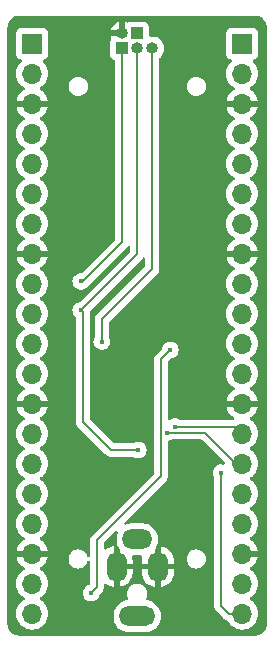
<source format=gbr>
%TF.GenerationSoftware,KiCad,Pcbnew,8.0.4-unknown-202407232306~396e531e7c~ubuntu22.04.1*%
%TF.CreationDate,2024-09-04T14:27:01+01:00*%
%TF.ProjectId,CONTROLLER_pico,434f4e54-524f-44c4-9c45-525f7069636f,rev?*%
%TF.SameCoordinates,Original*%
%TF.FileFunction,Copper,L1,Top*%
%TF.FilePolarity,Positive*%
%FSLAX46Y46*%
G04 Gerber Fmt 4.6, Leading zero omitted, Abs format (unit mm)*
G04 Created by KiCad (PCBNEW 8.0.4-unknown-202407232306~396e531e7c~ubuntu22.04.1) date 2024-09-04 14:27:01*
%MOMM*%
%LPD*%
G01*
G04 APERTURE LIST*
G04 Aperture macros list*
%AMRoundRect*
0 Rectangle with rounded corners*
0 $1 Rounding radius*
0 $2 $3 $4 $5 $6 $7 $8 $9 X,Y pos of 4 corners*
0 Add a 4 corners polygon primitive as box body*
4,1,4,$2,$3,$4,$5,$6,$7,$8,$9,$2,$3,0*
0 Add four circle primitives for the rounded corners*
1,1,$1+$1,$2,$3*
1,1,$1+$1,$4,$5*
1,1,$1+$1,$6,$7*
1,1,$1+$1,$8,$9*
0 Add four rect primitives between the rounded corners*
20,1,$1+$1,$2,$3,$4,$5,0*
20,1,$1+$1,$4,$5,$6,$7,0*
20,1,$1+$1,$6,$7,$8,$9,0*
20,1,$1+$1,$8,$9,$2,$3,0*%
G04 Aperture macros list end*
%TA.AperFunction,ComponentPad*%
%ADD10RoundRect,0.800000X0.050000X0.450000X-0.050000X0.450000X-0.050000X-0.450000X0.050000X-0.450000X0*%
%TD*%
%TA.AperFunction,ComponentPad*%
%ADD11RoundRect,0.800000X-0.450000X0.050000X-0.450000X-0.050000X0.450000X-0.050000X0.450000X0.050000X0*%
%TD*%
%TA.AperFunction,ComponentPad*%
%ADD12RoundRect,0.800000X-0.700000X0.050000X-0.700000X-0.050000X0.700000X-0.050000X0.700000X0.050000X0*%
%TD*%
%TA.AperFunction,ComponentPad*%
%ADD13R,1.000000X1.000000*%
%TD*%
%TA.AperFunction,ComponentPad*%
%ADD14O,1.000000X1.000000*%
%TD*%
%TA.AperFunction,ComponentPad*%
%ADD15R,1.700000X1.700000*%
%TD*%
%TA.AperFunction,ComponentPad*%
%ADD16O,1.700000X1.700000*%
%TD*%
%TA.AperFunction,ViaPad*%
%ADD17C,0.400000*%
%TD*%
%TA.AperFunction,Conductor*%
%ADD18C,0.150000*%
%TD*%
G04 APERTURE END LIST*
D10*
%TO.P,J2,1,T*%
%TO.N,GND*%
X98250000Y-106145000D03*
D11*
%TO.P,J2,2,R*%
%TO.N,/extRef*%
X100000000Y-103845000D03*
D10*
%TO.P,J2,3,T*%
%TO.N,GND*%
X101750000Y-106145000D03*
D12*
%TO.P,J2,6,S*%
%TO.N,/extRef*%
X100000000Y-110345000D03*
%TD*%
D13*
%TO.P,J3,1,Pin_1*%
%TO.N,/AUX1*%
X98729999Y-62270000D03*
D14*
%TO.P,J3,2,Pin_2*%
%TO.N,/AUX2*%
X100000000Y-62270000D03*
%TO.P,J3,3,Pin_3*%
%TO.N,/AUX3*%
X101269999Y-62270000D03*
%TD*%
D13*
%TO.P,J1,1,Pin_1*%
%TO.N,VSYS*%
X100000000Y-61000000D03*
D14*
%TO.P,J1,2,Pin_2*%
%TO.N,GND*%
X98729999Y-61000000D03*
%TD*%
D15*
%TO.P,J5,1,Pin_1*%
%TO.N,VSYS*%
X108890000Y-61870000D03*
D16*
%TO.P,J5,2,Pin_2*%
%TO.N,unconnected-(J5-Pin_2-Pad2)*%
X108890000Y-64410000D03*
%TO.P,J5,3,Pin_3*%
%TO.N,GND*%
X108890000Y-66950000D03*
%TO.P,J5,4,Pin_4*%
%TO.N,unconnected-(J5-Pin_4-Pad4)*%
X108890000Y-69490000D03*
%TO.P,J5,5,Pin_5*%
%TO.N,+3.3V*%
X108890000Y-72030000D03*
%TO.P,J5,6,Pin_6*%
%TO.N,unconnected-(J5-Pin_6-Pad6)*%
X108890000Y-74570000D03*
%TO.P,J5,7,Pin_7*%
%TO.N,unconnected-(J5-Pin_7-Pad7)*%
X108890000Y-77110000D03*
%TO.P,J5,8,Pin_8*%
%TO.N,GND*%
X108890000Y-79650000D03*
%TO.P,J5,9,Pin_9*%
%TO.N,unconnected-(J5-Pin_9-Pad9)*%
X108890000Y-82190000D03*
%TO.P,J5,10,Pin_10*%
%TO.N,unconnected-(J5-Pin_10-Pad10)*%
X108890000Y-84730000D03*
%TO.P,J5,11,Pin_11*%
%TO.N,unconnected-(J5-Pin_11-Pad11)*%
X108890000Y-87270000D03*
%TO.P,J5,12,Pin_12*%
%TO.N,unconnected-(J5-Pin_12-Pad12)*%
X108890000Y-89810000D03*
%TO.P,J5,13,Pin_13*%
%TO.N,GND*%
X108890000Y-92350000D03*
%TO.P,J5,14,Pin_14*%
%TO.N,/IO1_out*%
X108890000Y-94890000D03*
%TO.P,J5,15,Pin_15*%
%TO.N,/IO2*%
X108890000Y-97430000D03*
%TO.P,J5,16,Pin_16*%
%TO.N,/PICO*%
X108890000Y-99970000D03*
%TO.P,J5,17,Pin_17*%
%TO.N,/SCLK*%
X108890000Y-102510000D03*
%TO.P,J5,18,Pin_18*%
%TO.N,GND*%
X108890000Y-105050000D03*
%TO.P,J5,19,Pin_19*%
%TO.N,unconnected-(J5-Pin_19-Pad19)*%
X108890000Y-107590000D03*
%TO.P,J5,20,Pin_20*%
%TO.N,/POCI*%
X108890000Y-110130000D03*
%TD*%
D15*
%TO.P,J4,1,Pin_1*%
%TO.N,unconnected-(J4-Pin_1-Pad1)*%
X91110000Y-61870000D03*
D16*
%TO.P,J4,2,Pin_2*%
%TO.N,unconnected-(J4-Pin_2-Pad2)*%
X91110000Y-64410000D03*
%TO.P,J4,3,Pin_3*%
%TO.N,GND*%
X91110000Y-66950000D03*
%TO.P,J4,4,Pin_4*%
%TO.N,unconnected-(J4-Pin_4-Pad4)*%
X91110000Y-69490000D03*
%TO.P,J4,5,Pin_5*%
%TO.N,unconnected-(J4-Pin_5-Pad5)*%
X91110000Y-72030000D03*
%TO.P,J4,6,Pin_6*%
%TO.N,unconnected-(J4-Pin_6-Pad6)*%
X91110000Y-74570000D03*
%TO.P,J4,7,Pin_7*%
%TO.N,unconnected-(J4-Pin_7-Pad7)*%
X91110000Y-77110000D03*
%TO.P,J4,8,Pin_8*%
%TO.N,GND*%
X91110000Y-79650000D03*
%TO.P,J4,9,Pin_9*%
%TO.N,Net-(J4-Pin_9)*%
X91110000Y-82190000D03*
%TO.P,J4,10,Pin_10*%
%TO.N,Net-(J4-Pin_10)*%
X91110000Y-84730000D03*
%TO.P,J4,11,Pin_11*%
%TO.N,Net-(J4-Pin_11)*%
X91110000Y-87270000D03*
%TO.P,J4,12,Pin_12*%
%TO.N,/addr_bus_0*%
X91110000Y-89810000D03*
%TO.P,J4,13,Pin_13*%
%TO.N,GND*%
X91110000Y-92350000D03*
%TO.P,J4,14,Pin_14*%
%TO.N,/addr_bus_1*%
X91110000Y-94890000D03*
%TO.P,J4,15,Pin_15*%
%TO.N,/addr_bus_2*%
X91110000Y-97430000D03*
%TO.P,J4,16,Pin_16*%
%TO.N,/addr_bus_3*%
X91110000Y-99970000D03*
%TO.P,J4,17,Pin_17*%
%TO.N,/addr_bus_4*%
X91110000Y-102510000D03*
%TO.P,J4,18,Pin_18*%
%TO.N,GND*%
X91110000Y-105050000D03*
%TO.P,J4,19,Pin_19*%
%TO.N,/I2C_SDA*%
X91110000Y-107590000D03*
%TO.P,J4,20,Pin_20*%
%TO.N,/i2C_SCL*%
X91110000Y-110130000D03*
%TD*%
D17*
%TO.N,+3.3V*%
X96100000Y-108400000D03*
X102800000Y-87800000D03*
%TO.N,/IO2*%
X102500000Y-94800000D03*
%TO.N,/AUX3*%
X97000000Y-87100000D03*
%TO.N,/POCI*%
X107100000Y-98200000D03*
%TO.N,/IO1_out*%
X103200000Y-94300000D03*
%TO.N,/AUX2*%
X100100000Y-96260000D03*
X95225000Y-84450000D03*
%TO.N,/AUX1*%
X95224999Y-82000000D03*
%TD*%
D18*
%TO.N,+3.3V*%
X102025000Y-98475000D02*
X102025000Y-88575000D01*
X96600000Y-107900000D02*
X96600000Y-103900000D01*
X102025000Y-88575000D02*
X102800000Y-87800000D01*
X96600000Y-103900000D02*
X102025000Y-98475000D01*
X96100000Y-108400000D02*
X96600000Y-107900000D01*
%TO.N,/IO2*%
X108330000Y-97430000D02*
X108890000Y-97430000D01*
X105700000Y-94800000D02*
X108330000Y-97430000D01*
X102500000Y-94800000D02*
X105700000Y-94800000D01*
%TO.N,/AUX3*%
X97000000Y-87100000D02*
X97000000Y-85225000D01*
X101269999Y-80955001D02*
X101269999Y-62270000D01*
X97000000Y-85225000D02*
X101269999Y-80955001D01*
%TO.N,/POCI*%
X107100000Y-109500000D02*
X107730000Y-110130000D01*
X107100000Y-98200000D02*
X107100000Y-109500000D01*
X107730000Y-110130000D02*
X108890000Y-110130000D01*
%TO.N,/IO1_out*%
X108300000Y-94300000D02*
X103200000Y-94300000D01*
X108890000Y-94890000D02*
X108300000Y-94300000D01*
%TO.N,/AUX2*%
X100000000Y-62270000D02*
X100000000Y-79675000D01*
X95388000Y-93888000D02*
X95388000Y-84588000D01*
X100100000Y-96260000D02*
X97760000Y-96260000D01*
X100000000Y-79675000D02*
X95225000Y-84450000D01*
X95250000Y-84450000D02*
X95225000Y-84450000D01*
X95388000Y-84588000D02*
X95250000Y-84450000D01*
X97760000Y-96260000D02*
X95388000Y-93888000D01*
%TO.N,/AUX1*%
X98729999Y-78670001D02*
X95400000Y-82000000D01*
X95400000Y-82000000D02*
X95224999Y-82000000D01*
X98729999Y-62270000D02*
X98729999Y-78670001D01*
%TD*%
%TA.AperFunction,Conductor*%
%TO.N,GND*%
G36*
X98269709Y-103146683D02*
G01*
X98325643Y-103188555D01*
X98350060Y-103254019D01*
X98338759Y-103315269D01*
X98323260Y-103348506D01*
X98323258Y-103348511D01*
X98264366Y-103568302D01*
X98264364Y-103568312D01*
X98249500Y-103738214D01*
X98249500Y-103951785D01*
X98264364Y-104121687D01*
X98264366Y-104121697D01*
X98323258Y-104341488D01*
X98323261Y-104341497D01*
X98419431Y-104547732D01*
X98419432Y-104547734D01*
X98477575Y-104630771D01*
X98499902Y-104696977D01*
X98500000Y-104701894D01*
X98500000Y-105379314D01*
X98495606Y-105374920D01*
X98404394Y-105322259D01*
X98302661Y-105295000D01*
X98197339Y-105295000D01*
X98095606Y-105322259D01*
X98004394Y-105374920D01*
X98000000Y-105379314D01*
X98000000Y-104407531D01*
X97973398Y-104409858D01*
X97973391Y-104409859D01*
X97753679Y-104468731D01*
X97753673Y-104468734D01*
X97547517Y-104564866D01*
X97370624Y-104688729D01*
X97304418Y-104711056D01*
X97236650Y-104694046D01*
X97188837Y-104643098D01*
X97175500Y-104587154D01*
X97175500Y-104189742D01*
X97195185Y-104122703D01*
X97211819Y-104102061D01*
X97636017Y-103677863D01*
X98138697Y-103175182D01*
X98200018Y-103141699D01*
X98269709Y-103146683D01*
G37*
%TD.AperFunction*%
%TA.AperFunction,Conductor*%
G36*
X110005394Y-59510971D02*
G01*
X110161019Y-59524587D01*
X110182297Y-59528338D01*
X110327951Y-59567366D01*
X110348261Y-59574759D01*
X110484915Y-59638482D01*
X110503633Y-59649289D01*
X110627154Y-59735779D01*
X110643712Y-59749673D01*
X110750326Y-59856287D01*
X110764220Y-59872845D01*
X110850710Y-59996366D01*
X110861517Y-60015084D01*
X110925240Y-60151738D01*
X110932633Y-60172049D01*
X110971659Y-60317696D01*
X110975412Y-60338982D01*
X110989028Y-60494604D01*
X110989500Y-60505412D01*
X110989500Y-110994587D01*
X110989028Y-111005395D01*
X110975412Y-111161017D01*
X110971659Y-111182303D01*
X110932633Y-111327950D01*
X110925240Y-111348261D01*
X110861517Y-111484915D01*
X110850710Y-111503633D01*
X110764220Y-111627154D01*
X110750326Y-111643712D01*
X110643712Y-111750326D01*
X110627154Y-111764220D01*
X110503633Y-111850710D01*
X110484915Y-111861517D01*
X110348261Y-111925240D01*
X110327950Y-111932633D01*
X110182303Y-111971659D01*
X110161017Y-111975412D01*
X110027247Y-111987116D01*
X110005393Y-111989028D01*
X109994588Y-111989500D01*
X90005412Y-111989500D01*
X89994606Y-111989028D01*
X89969584Y-111986838D01*
X89838982Y-111975412D01*
X89817696Y-111971659D01*
X89672049Y-111932633D01*
X89651738Y-111925240D01*
X89515084Y-111861517D01*
X89496366Y-111850710D01*
X89372845Y-111764220D01*
X89356287Y-111750326D01*
X89249673Y-111643712D01*
X89235779Y-111627154D01*
X89149289Y-111503633D01*
X89138482Y-111484915D01*
X89074759Y-111348261D01*
X89067366Y-111327950D01*
X89060957Y-111304032D01*
X89028338Y-111182297D01*
X89024587Y-111161016D01*
X89010972Y-111005394D01*
X89010500Y-110994587D01*
X89010500Y-64409999D01*
X89754341Y-64409999D01*
X89754341Y-64410000D01*
X89774936Y-64645403D01*
X89774938Y-64645413D01*
X89836094Y-64873655D01*
X89836096Y-64873659D01*
X89836097Y-64873663D01*
X89935965Y-65087830D01*
X89935967Y-65087834D01*
X90071501Y-65281395D01*
X90071506Y-65281402D01*
X90238597Y-65448493D01*
X90238603Y-65448498D01*
X90424594Y-65578730D01*
X90468219Y-65633307D01*
X90475413Y-65702805D01*
X90443890Y-65765160D01*
X90424595Y-65781880D01*
X90238922Y-65911890D01*
X90238920Y-65911891D01*
X90071891Y-66078920D01*
X90071886Y-66078926D01*
X89936400Y-66272420D01*
X89936399Y-66272422D01*
X89836570Y-66486507D01*
X89836567Y-66486513D01*
X89779364Y-66699999D01*
X89779364Y-66700000D01*
X90676988Y-66700000D01*
X90644075Y-66757007D01*
X90610000Y-66884174D01*
X90610000Y-67015826D01*
X90644075Y-67142993D01*
X90676988Y-67200000D01*
X89779364Y-67200000D01*
X89836567Y-67413486D01*
X89836570Y-67413492D01*
X89936399Y-67627578D01*
X90071894Y-67821082D01*
X90238917Y-67988105D01*
X90424595Y-68118119D01*
X90468219Y-68172696D01*
X90475412Y-68242195D01*
X90443890Y-68304549D01*
X90424595Y-68321269D01*
X90238594Y-68451508D01*
X90071505Y-68618597D01*
X89935965Y-68812169D01*
X89935964Y-68812171D01*
X89836098Y-69026335D01*
X89836094Y-69026344D01*
X89774938Y-69254586D01*
X89774936Y-69254596D01*
X89754341Y-69489999D01*
X89754341Y-69490000D01*
X89774936Y-69725403D01*
X89774938Y-69725413D01*
X89836094Y-69953655D01*
X89836096Y-69953659D01*
X89836097Y-69953663D01*
X89935965Y-70167830D01*
X89935967Y-70167834D01*
X90071501Y-70361395D01*
X90071506Y-70361402D01*
X90238597Y-70528493D01*
X90238603Y-70528498D01*
X90424158Y-70658425D01*
X90467783Y-70713002D01*
X90474977Y-70782500D01*
X90443454Y-70844855D01*
X90424158Y-70861575D01*
X90238597Y-70991505D01*
X90071505Y-71158597D01*
X89935965Y-71352169D01*
X89935964Y-71352171D01*
X89836098Y-71566335D01*
X89836094Y-71566344D01*
X89774938Y-71794586D01*
X89774936Y-71794596D01*
X89754341Y-72029999D01*
X89754341Y-72030000D01*
X89774936Y-72265403D01*
X89774938Y-72265413D01*
X89836094Y-72493655D01*
X89836096Y-72493659D01*
X89836097Y-72493663D01*
X89935965Y-72707830D01*
X89935967Y-72707834D01*
X90071501Y-72901395D01*
X90071506Y-72901402D01*
X90238597Y-73068493D01*
X90238603Y-73068498D01*
X90424158Y-73198425D01*
X90467783Y-73253002D01*
X90474977Y-73322500D01*
X90443454Y-73384855D01*
X90424158Y-73401575D01*
X90238597Y-73531505D01*
X90071505Y-73698597D01*
X89935965Y-73892169D01*
X89935964Y-73892171D01*
X89836098Y-74106335D01*
X89836094Y-74106344D01*
X89774938Y-74334586D01*
X89774936Y-74334596D01*
X89754341Y-74569999D01*
X89754341Y-74570000D01*
X89774936Y-74805403D01*
X89774938Y-74805413D01*
X89836094Y-75033655D01*
X89836096Y-75033659D01*
X89836097Y-75033663D01*
X89935965Y-75247830D01*
X89935967Y-75247834D01*
X90071501Y-75441395D01*
X90071506Y-75441402D01*
X90238597Y-75608493D01*
X90238603Y-75608498D01*
X90424158Y-75738425D01*
X90467783Y-75793002D01*
X90474977Y-75862500D01*
X90443454Y-75924855D01*
X90424158Y-75941575D01*
X90238597Y-76071505D01*
X90071505Y-76238597D01*
X89935965Y-76432169D01*
X89935964Y-76432171D01*
X89836098Y-76646335D01*
X89836094Y-76646344D01*
X89774938Y-76874586D01*
X89774936Y-76874596D01*
X89754341Y-77109999D01*
X89754341Y-77110000D01*
X89774936Y-77345403D01*
X89774938Y-77345413D01*
X89836094Y-77573655D01*
X89836096Y-77573659D01*
X89836097Y-77573663D01*
X89935965Y-77787830D01*
X89935967Y-77787834D01*
X90071501Y-77981395D01*
X90071506Y-77981402D01*
X90238597Y-78148493D01*
X90238603Y-78148498D01*
X90424594Y-78278730D01*
X90468219Y-78333307D01*
X90475413Y-78402805D01*
X90443890Y-78465160D01*
X90424595Y-78481880D01*
X90238922Y-78611890D01*
X90238920Y-78611891D01*
X90071891Y-78778920D01*
X90071886Y-78778926D01*
X89936400Y-78972420D01*
X89936399Y-78972422D01*
X89836570Y-79186507D01*
X89836567Y-79186513D01*
X89779364Y-79399999D01*
X89779364Y-79400000D01*
X90676988Y-79400000D01*
X90644075Y-79457007D01*
X90610000Y-79584174D01*
X90610000Y-79715826D01*
X90644075Y-79842993D01*
X90676988Y-79900000D01*
X89779364Y-79900000D01*
X89836567Y-80113486D01*
X89836570Y-80113492D01*
X89936399Y-80327578D01*
X90071894Y-80521082D01*
X90238917Y-80688105D01*
X90424595Y-80818119D01*
X90468219Y-80872696D01*
X90475412Y-80942195D01*
X90443890Y-81004549D01*
X90424595Y-81021269D01*
X90238594Y-81151508D01*
X90071505Y-81318597D01*
X89935965Y-81512169D01*
X89935964Y-81512171D01*
X89836098Y-81726335D01*
X89836094Y-81726344D01*
X89774938Y-81954586D01*
X89774936Y-81954596D01*
X89754341Y-82189999D01*
X89754341Y-82190000D01*
X89774936Y-82425403D01*
X89774938Y-82425413D01*
X89836094Y-82653655D01*
X89836096Y-82653659D01*
X89836097Y-82653663D01*
X89857938Y-82700500D01*
X89935965Y-82867830D01*
X89935967Y-82867834D01*
X90071501Y-83061395D01*
X90071506Y-83061402D01*
X90238597Y-83228493D01*
X90238603Y-83228498D01*
X90424158Y-83358425D01*
X90467783Y-83413002D01*
X90474977Y-83482500D01*
X90443454Y-83544855D01*
X90424158Y-83561575D01*
X90238597Y-83691505D01*
X90071505Y-83858597D01*
X89935965Y-84052169D01*
X89935964Y-84052171D01*
X89836098Y-84266335D01*
X89836094Y-84266344D01*
X89774938Y-84494586D01*
X89774936Y-84494596D01*
X89754341Y-84729999D01*
X89754341Y-84730000D01*
X89774936Y-84965403D01*
X89774938Y-84965413D01*
X89836094Y-85193655D01*
X89836096Y-85193659D01*
X89836097Y-85193663D01*
X89935965Y-85407830D01*
X89935967Y-85407834D01*
X90071501Y-85601395D01*
X90071506Y-85601402D01*
X90238597Y-85768493D01*
X90238603Y-85768498D01*
X90424158Y-85898425D01*
X90467783Y-85953002D01*
X90474977Y-86022500D01*
X90443454Y-86084855D01*
X90424158Y-86101575D01*
X90238597Y-86231505D01*
X90071505Y-86398597D01*
X89935965Y-86592169D01*
X89935964Y-86592171D01*
X89836098Y-86806335D01*
X89836094Y-86806344D01*
X89774938Y-87034586D01*
X89774936Y-87034596D01*
X89754341Y-87269999D01*
X89754341Y-87270000D01*
X89774936Y-87505403D01*
X89774938Y-87505413D01*
X89836094Y-87733655D01*
X89836096Y-87733659D01*
X89836097Y-87733663D01*
X89867031Y-87800000D01*
X89935965Y-87947830D01*
X89935967Y-87947834D01*
X90044281Y-88102521D01*
X90062072Y-88127930D01*
X90071501Y-88141395D01*
X90071506Y-88141402D01*
X90238597Y-88308493D01*
X90238603Y-88308498D01*
X90424158Y-88438425D01*
X90467783Y-88493002D01*
X90474977Y-88562500D01*
X90443454Y-88624855D01*
X90424158Y-88641575D01*
X90238597Y-88771505D01*
X90071505Y-88938597D01*
X89935965Y-89132169D01*
X89935964Y-89132171D01*
X89836098Y-89346335D01*
X89836094Y-89346344D01*
X89774938Y-89574586D01*
X89774936Y-89574596D01*
X89754341Y-89809999D01*
X89754341Y-89810000D01*
X89774936Y-90045403D01*
X89774938Y-90045413D01*
X89836094Y-90273655D01*
X89836096Y-90273659D01*
X89836097Y-90273663D01*
X89935965Y-90487830D01*
X89935967Y-90487834D01*
X90071501Y-90681395D01*
X90071506Y-90681402D01*
X90238597Y-90848493D01*
X90238603Y-90848498D01*
X90424594Y-90978730D01*
X90468219Y-91033307D01*
X90475413Y-91102805D01*
X90443890Y-91165160D01*
X90424595Y-91181880D01*
X90238922Y-91311890D01*
X90238920Y-91311891D01*
X90071891Y-91478920D01*
X90071886Y-91478926D01*
X89936400Y-91672420D01*
X89936399Y-91672422D01*
X89836570Y-91886507D01*
X89836567Y-91886513D01*
X89779364Y-92099999D01*
X89779364Y-92100000D01*
X90676988Y-92100000D01*
X90644075Y-92157007D01*
X90610000Y-92284174D01*
X90610000Y-92415826D01*
X90644075Y-92542993D01*
X90676988Y-92600000D01*
X89779364Y-92600000D01*
X89836567Y-92813486D01*
X89836570Y-92813492D01*
X89936399Y-93027578D01*
X90071894Y-93221082D01*
X90238917Y-93388105D01*
X90424595Y-93518119D01*
X90468219Y-93572696D01*
X90475412Y-93642195D01*
X90443890Y-93704549D01*
X90424595Y-93721269D01*
X90238594Y-93851508D01*
X90071505Y-94018597D01*
X89935965Y-94212169D01*
X89935964Y-94212171D01*
X89836098Y-94426335D01*
X89836094Y-94426344D01*
X89774938Y-94654586D01*
X89774936Y-94654596D01*
X89754341Y-94889999D01*
X89754341Y-94890000D01*
X89774936Y-95125403D01*
X89774938Y-95125413D01*
X89836094Y-95353655D01*
X89836096Y-95353659D01*
X89836097Y-95353663D01*
X89902793Y-95496693D01*
X89935965Y-95567830D01*
X89935967Y-95567834D01*
X90071501Y-95761395D01*
X90071506Y-95761402D01*
X90238597Y-95928493D01*
X90238603Y-95928498D01*
X90424158Y-96058425D01*
X90467783Y-96113002D01*
X90474977Y-96182500D01*
X90443454Y-96244855D01*
X90424158Y-96261575D01*
X90238597Y-96391505D01*
X90071505Y-96558597D01*
X89935965Y-96752169D01*
X89935964Y-96752171D01*
X89836098Y-96966335D01*
X89836094Y-96966344D01*
X89774938Y-97194586D01*
X89774936Y-97194596D01*
X89754341Y-97429999D01*
X89754341Y-97430000D01*
X89774936Y-97665403D01*
X89774938Y-97665413D01*
X89836094Y-97893655D01*
X89836096Y-97893659D01*
X89836097Y-97893663D01*
X89900197Y-98031125D01*
X89935965Y-98107830D01*
X89935967Y-98107834D01*
X90071501Y-98301395D01*
X90071506Y-98301402D01*
X90238597Y-98468493D01*
X90238603Y-98468498D01*
X90424158Y-98598425D01*
X90467783Y-98653002D01*
X90474977Y-98722500D01*
X90443454Y-98784855D01*
X90424158Y-98801575D01*
X90238597Y-98931505D01*
X90071505Y-99098597D01*
X89935965Y-99292169D01*
X89935964Y-99292171D01*
X89836098Y-99506335D01*
X89836094Y-99506344D01*
X89774938Y-99734586D01*
X89774936Y-99734596D01*
X89754341Y-99969999D01*
X89754341Y-99970000D01*
X89774936Y-100205403D01*
X89774938Y-100205413D01*
X89836094Y-100433655D01*
X89836096Y-100433659D01*
X89836097Y-100433663D01*
X89895500Y-100561052D01*
X89935965Y-100647830D01*
X89935967Y-100647834D01*
X90071501Y-100841395D01*
X90071506Y-100841402D01*
X90238597Y-101008493D01*
X90238603Y-101008498D01*
X90424158Y-101138425D01*
X90467783Y-101193002D01*
X90474977Y-101262500D01*
X90443454Y-101324855D01*
X90424158Y-101341575D01*
X90238597Y-101471505D01*
X90071505Y-101638597D01*
X89935965Y-101832169D01*
X89935964Y-101832171D01*
X89836098Y-102046335D01*
X89836094Y-102046344D01*
X89774938Y-102274586D01*
X89774936Y-102274596D01*
X89754341Y-102509999D01*
X89754341Y-102510000D01*
X89774936Y-102745403D01*
X89774938Y-102745413D01*
X89836094Y-102973655D01*
X89836096Y-102973659D01*
X89836097Y-102973663D01*
X89895500Y-103101052D01*
X89935965Y-103187830D01*
X89935967Y-103187834D01*
X90071501Y-103381395D01*
X90071506Y-103381402D01*
X90238597Y-103548493D01*
X90238603Y-103548498D01*
X90326403Y-103609976D01*
X90423358Y-103677865D01*
X90424594Y-103678730D01*
X90468219Y-103733307D01*
X90475413Y-103802805D01*
X90443890Y-103865160D01*
X90424595Y-103881880D01*
X90238922Y-104011890D01*
X90238920Y-104011891D01*
X90071891Y-104178920D01*
X90071886Y-104178926D01*
X89936400Y-104372420D01*
X89936399Y-104372422D01*
X89836570Y-104586507D01*
X89836567Y-104586513D01*
X89779364Y-104799999D01*
X89779364Y-104800000D01*
X90676988Y-104800000D01*
X90644075Y-104857007D01*
X90610000Y-104984174D01*
X90610000Y-105115826D01*
X90644075Y-105242993D01*
X90676988Y-105300000D01*
X89779364Y-105300000D01*
X89836567Y-105513486D01*
X89836570Y-105513492D01*
X89936399Y-105727578D01*
X90071894Y-105921082D01*
X90238917Y-106088105D01*
X90424595Y-106218119D01*
X90468219Y-106272696D01*
X90475412Y-106342195D01*
X90443890Y-106404549D01*
X90424595Y-106421269D01*
X90238594Y-106551508D01*
X90071505Y-106718597D01*
X89935965Y-106912169D01*
X89935964Y-106912171D01*
X89836098Y-107126335D01*
X89836094Y-107126344D01*
X89774938Y-107354586D01*
X89774936Y-107354596D01*
X89754341Y-107589999D01*
X89754341Y-107590000D01*
X89774936Y-107825403D01*
X89774938Y-107825413D01*
X89836094Y-108053655D01*
X89836096Y-108053659D01*
X89836097Y-108053663D01*
X89929219Y-108253363D01*
X89935965Y-108267830D01*
X89935967Y-108267834D01*
X90071501Y-108461395D01*
X90071506Y-108461402D01*
X90238597Y-108628493D01*
X90238603Y-108628498D01*
X90424158Y-108758425D01*
X90467783Y-108813002D01*
X90474977Y-108882500D01*
X90443454Y-108944855D01*
X90424158Y-108961575D01*
X90238597Y-109091505D01*
X90071505Y-109258597D01*
X89935965Y-109452169D01*
X89935964Y-109452171D01*
X89836098Y-109666335D01*
X89836094Y-109666344D01*
X89774938Y-109894586D01*
X89774936Y-109894596D01*
X89754341Y-110129999D01*
X89754341Y-110130000D01*
X89774936Y-110365403D01*
X89774938Y-110365413D01*
X89836094Y-110593655D01*
X89836096Y-110593659D01*
X89836097Y-110593663D01*
X89883270Y-110694825D01*
X89935965Y-110807830D01*
X89935967Y-110807834D01*
X90044281Y-110962521D01*
X90071505Y-111001401D01*
X90238599Y-111168495D01*
X90243355Y-111171825D01*
X90432165Y-111304032D01*
X90432167Y-111304033D01*
X90432170Y-111304035D01*
X90646337Y-111403903D01*
X90874592Y-111465063D01*
X91062918Y-111481539D01*
X91109999Y-111485659D01*
X91110000Y-111485659D01*
X91110001Y-111485659D01*
X91149234Y-111482226D01*
X91345408Y-111465063D01*
X91573663Y-111403903D01*
X91787830Y-111304035D01*
X91981401Y-111168495D01*
X92148495Y-111001401D01*
X92284035Y-110807830D01*
X92383903Y-110593663D01*
X92445063Y-110365408D01*
X92456191Y-110238214D01*
X97999500Y-110238214D01*
X97999500Y-110451785D01*
X98014364Y-110621687D01*
X98014366Y-110621697D01*
X98073258Y-110841488D01*
X98073261Y-110841497D01*
X98169431Y-111047732D01*
X98169432Y-111047734D01*
X98299954Y-111234141D01*
X98460858Y-111395045D01*
X98460861Y-111395047D01*
X98647266Y-111525568D01*
X98853504Y-111621739D01*
X99073308Y-111680635D01*
X99243214Y-111695499D01*
X99243215Y-111695500D01*
X99243216Y-111695500D01*
X100756785Y-111695500D01*
X100756785Y-111695499D01*
X100926692Y-111680635D01*
X101146496Y-111621739D01*
X101352734Y-111525568D01*
X101539139Y-111395047D01*
X101700047Y-111234139D01*
X101830568Y-111047734D01*
X101926739Y-110841496D01*
X101985635Y-110621692D01*
X102000500Y-110451784D01*
X102000500Y-110238216D01*
X101985635Y-110068308D01*
X101928042Y-109853367D01*
X101926741Y-109848511D01*
X101926738Y-109848502D01*
X101867812Y-109722136D01*
X101830568Y-109642266D01*
X101700047Y-109455861D01*
X101700045Y-109455858D01*
X101539141Y-109294954D01*
X101352734Y-109164432D01*
X101352732Y-109164431D01*
X101146497Y-109068261D01*
X101146488Y-109068258D01*
X100926697Y-109009366D01*
X100926687Y-109009364D01*
X100874130Y-109004766D01*
X100809062Y-108979313D01*
X100768084Y-108922721D01*
X100764207Y-108852959D01*
X100777549Y-108819244D01*
X100790436Y-108796925D01*
X100846332Y-108624894D01*
X100865240Y-108445000D01*
X100846332Y-108265106D01*
X100818384Y-108179090D01*
X100790438Y-108093080D01*
X100790435Y-108093074D01*
X100778308Y-108072070D01*
X100722707Y-107975765D01*
X100699995Y-107936426D01*
X100699990Y-107936419D01*
X100578959Y-107802001D01*
X100578957Y-107801999D01*
X100432621Y-107695680D01*
X100432620Y-107695679D01*
X100298140Y-107635806D01*
X100267374Y-107622108D01*
X100267372Y-107622107D01*
X100116557Y-107590051D01*
X100090442Y-107584500D01*
X99909558Y-107584500D01*
X99883443Y-107590051D01*
X99732628Y-107622107D01*
X99567379Y-107695679D01*
X99567378Y-107695680D01*
X99421042Y-107801999D01*
X99421040Y-107802001D01*
X99300009Y-107936419D01*
X99300004Y-107936426D01*
X99209564Y-108093074D01*
X99209561Y-108093080D01*
X99153669Y-108265101D01*
X99153668Y-108265103D01*
X99134760Y-108445000D01*
X99153668Y-108624896D01*
X99153669Y-108624898D01*
X99209561Y-108796919D01*
X99209562Y-108796920D01*
X99209564Y-108796925D01*
X99222447Y-108819240D01*
X99238920Y-108887137D01*
X99216068Y-108953164D01*
X99161147Y-108996355D01*
X99125869Y-109004766D01*
X99073312Y-109009364D01*
X99073302Y-109009366D01*
X98853511Y-109068258D01*
X98853502Y-109068261D01*
X98647267Y-109164431D01*
X98647265Y-109164432D01*
X98460858Y-109294954D01*
X98299954Y-109455858D01*
X98169432Y-109642265D01*
X98169431Y-109642267D01*
X98073261Y-109848502D01*
X98073258Y-109848511D01*
X98014366Y-110068302D01*
X98014364Y-110068312D01*
X97999500Y-110238214D01*
X92456191Y-110238214D01*
X92465659Y-110130000D01*
X92445063Y-109894592D01*
X92383903Y-109666337D01*
X92284035Y-109452171D01*
X92264474Y-109424234D01*
X92148494Y-109258597D01*
X91981402Y-109091506D01*
X91981396Y-109091501D01*
X91795842Y-108961575D01*
X91752217Y-108906998D01*
X91745023Y-108837500D01*
X91776546Y-108775145D01*
X91795842Y-108758425D01*
X91839393Y-108727930D01*
X91981401Y-108628495D01*
X92148495Y-108461401D01*
X92284035Y-108267830D01*
X92383903Y-108053663D01*
X92445063Y-107825408D01*
X92465659Y-107590000D01*
X92464793Y-107580107D01*
X92445063Y-107354596D01*
X92445063Y-107354592D01*
X92383903Y-107126337D01*
X92284035Y-106912171D01*
X92148495Y-106718599D01*
X92148494Y-106718597D01*
X91981402Y-106551506D01*
X91981401Y-106551505D01*
X91795405Y-106421269D01*
X91751781Y-106366692D01*
X91744588Y-106297193D01*
X91776110Y-106234839D01*
X91795405Y-106218119D01*
X91981082Y-106088105D01*
X92148105Y-105921082D01*
X92283600Y-105727578D01*
X92383429Y-105513492D01*
X92383432Y-105513486D01*
X92387046Y-105499997D01*
X94184371Y-105499997D01*
X94184371Y-105500002D01*
X94204819Y-105681489D01*
X94265143Y-105853887D01*
X94325747Y-105950337D01*
X94362316Y-106008536D01*
X94491464Y-106137684D01*
X94646112Y-106234856D01*
X94818505Y-106295179D01*
X94818508Y-106295179D01*
X94818510Y-106295180D01*
X94999997Y-106315629D01*
X95000000Y-106315629D01*
X95000003Y-106315629D01*
X95181489Y-106295180D01*
X95181490Y-106295179D01*
X95181495Y-106295179D01*
X95353888Y-106234856D01*
X95508536Y-106137684D01*
X95637684Y-106008536D01*
X95734856Y-105853888D01*
X95783459Y-105714988D01*
X95824180Y-105658214D01*
X95889132Y-105632466D01*
X95957694Y-105645922D01*
X96008097Y-105694309D01*
X96024500Y-105755944D01*
X96024500Y-107599995D01*
X96004815Y-107667034D01*
X95952011Y-107712789D01*
X95930177Y-107720391D01*
X95849776Y-107740208D01*
X95849774Y-107740209D01*
X95699150Y-107819263D01*
X95571816Y-107932072D01*
X95475182Y-108072068D01*
X95414860Y-108231125D01*
X95414859Y-108231130D01*
X95394355Y-108400000D01*
X95414859Y-108568869D01*
X95414860Y-108568874D01*
X95475182Y-108727931D01*
X95507772Y-108775145D01*
X95571817Y-108867929D01*
X95677505Y-108961560D01*
X95699150Y-108980736D01*
X95849773Y-109059789D01*
X95849775Y-109059790D01*
X96014944Y-109100500D01*
X96185056Y-109100500D01*
X96350225Y-109059790D01*
X96446303Y-109009364D01*
X96500849Y-108980736D01*
X96500850Y-108980734D01*
X96500852Y-108980734D01*
X96628183Y-108867929D01*
X96724818Y-108727930D01*
X96785140Y-108568872D01*
X96785528Y-108565675D01*
X96786463Y-108563501D01*
X96786935Y-108561589D01*
X96787252Y-108561667D01*
X96813144Y-108501498D01*
X96820921Y-108492957D01*
X97060515Y-108253365D01*
X97136281Y-108122135D01*
X97175500Y-107975766D01*
X97175500Y-107824233D01*
X97175500Y-107702845D01*
X97195185Y-107635806D01*
X97247989Y-107590051D01*
X97317147Y-107580107D01*
X97370624Y-107601271D01*
X97547510Y-107725129D01*
X97547516Y-107725133D01*
X97753673Y-107821265D01*
X97753682Y-107821269D01*
X97973396Y-107880141D01*
X97999999Y-107882467D01*
X98000000Y-107882467D01*
X98000000Y-106910686D01*
X98004394Y-106915080D01*
X98095606Y-106967741D01*
X98197339Y-106995000D01*
X98302661Y-106995000D01*
X98404394Y-106967741D01*
X98495606Y-106915080D01*
X98500000Y-106910686D01*
X98500000Y-107882467D01*
X98526603Y-107880141D01*
X98746317Y-107821269D01*
X98746326Y-107821265D01*
X98952482Y-107725134D01*
X99138820Y-107594657D01*
X99299657Y-107433820D01*
X99430134Y-107247482D01*
X99526265Y-107041326D01*
X99526269Y-107041317D01*
X99585139Y-106821610D01*
X99585141Y-106821599D01*
X99599999Y-106651766D01*
X99600000Y-106651764D01*
X99600000Y-106395000D01*
X98650000Y-106395000D01*
X98650000Y-105895000D01*
X99599999Y-105895000D01*
X99599999Y-105638238D01*
X99599998Y-105638234D01*
X99585140Y-105468396D01*
X99585140Y-105468392D01*
X99553844Y-105351593D01*
X99555507Y-105281744D01*
X99594669Y-105223881D01*
X99658898Y-105196377D01*
X99673619Y-105195500D01*
X100326381Y-105195500D01*
X100393420Y-105215185D01*
X100439175Y-105267989D01*
X100449119Y-105337147D01*
X100446156Y-105351593D01*
X100414860Y-105468390D01*
X100414858Y-105468400D01*
X100400000Y-105638233D01*
X100400000Y-105895000D01*
X101350000Y-105895000D01*
X101350000Y-106395000D01*
X100400001Y-106395000D01*
X100400001Y-106651765D01*
X100414859Y-106821603D01*
X100414859Y-106821607D01*
X100473730Y-107041317D01*
X100473734Y-107041326D01*
X100569865Y-107247482D01*
X100700342Y-107433820D01*
X100861179Y-107594657D01*
X101047517Y-107725134D01*
X101253673Y-107821265D01*
X101253682Y-107821269D01*
X101473396Y-107880141D01*
X101499999Y-107882467D01*
X101500000Y-107882467D01*
X101500000Y-106910686D01*
X101504394Y-106915080D01*
X101595606Y-106967741D01*
X101697339Y-106995000D01*
X101802661Y-106995000D01*
X101904394Y-106967741D01*
X101995606Y-106915080D01*
X102000000Y-106910686D01*
X102000000Y-107882467D01*
X102026603Y-107880141D01*
X102246317Y-107821269D01*
X102246326Y-107821265D01*
X102452482Y-107725134D01*
X102638820Y-107594657D01*
X102799657Y-107433820D01*
X102930134Y-107247482D01*
X103026265Y-107041326D01*
X103026269Y-107041317D01*
X103085139Y-106821610D01*
X103085141Y-106821599D01*
X103099999Y-106651766D01*
X103100000Y-106651764D01*
X103100000Y-106395000D01*
X102150000Y-106395000D01*
X102150000Y-105895000D01*
X103099999Y-105895000D01*
X103099999Y-105638238D01*
X103099998Y-105638234D01*
X103087905Y-105499997D01*
X104184371Y-105499997D01*
X104184371Y-105500002D01*
X104204819Y-105681489D01*
X104265143Y-105853887D01*
X104325747Y-105950337D01*
X104362316Y-106008536D01*
X104491464Y-106137684D01*
X104646112Y-106234856D01*
X104818505Y-106295179D01*
X104818508Y-106295179D01*
X104818510Y-106295180D01*
X104999997Y-106315629D01*
X105000000Y-106315629D01*
X105000003Y-106315629D01*
X105181489Y-106295180D01*
X105181490Y-106295179D01*
X105181495Y-106295179D01*
X105353888Y-106234856D01*
X105508536Y-106137684D01*
X105637684Y-106008536D01*
X105734856Y-105853888D01*
X105795179Y-105681495D01*
X105795835Y-105675680D01*
X105815629Y-105500002D01*
X105815629Y-105499997D01*
X105795180Y-105318510D01*
X105795179Y-105318508D01*
X105795179Y-105318505D01*
X105734856Y-105146112D01*
X105637684Y-104991464D01*
X105508536Y-104862316D01*
X105409361Y-104800000D01*
X105353887Y-104765143D01*
X105181489Y-104704819D01*
X105000003Y-104684371D01*
X104999997Y-104684371D01*
X104818510Y-104704819D01*
X104646112Y-104765143D01*
X104491463Y-104862316D01*
X104362316Y-104991463D01*
X104265143Y-105146112D01*
X104204819Y-105318510D01*
X104184371Y-105499997D01*
X103087905Y-105499997D01*
X103085140Y-105468396D01*
X103085140Y-105468392D01*
X103026269Y-105248682D01*
X103026265Y-105248673D01*
X102930134Y-105042517D01*
X102799657Y-104856179D01*
X102638820Y-104695342D01*
X102452482Y-104564865D01*
X102246326Y-104468734D01*
X102246320Y-104468731D01*
X102026608Y-104409859D01*
X102026601Y-104409858D01*
X102000000Y-104407531D01*
X102000000Y-105379314D01*
X101995606Y-105374920D01*
X101904394Y-105322259D01*
X101802661Y-105295000D01*
X101697339Y-105295000D01*
X101595606Y-105322259D01*
X101504394Y-105374920D01*
X101500000Y-105379314D01*
X101500000Y-104701894D01*
X101519685Y-104634855D01*
X101522425Y-104630771D01*
X101580568Y-104547734D01*
X101676739Y-104341496D01*
X101735635Y-104121692D01*
X101750500Y-103951784D01*
X101750500Y-103738216D01*
X101735635Y-103568308D01*
X101676739Y-103348504D01*
X101580568Y-103142266D01*
X101450047Y-102955861D01*
X101450045Y-102955858D01*
X101289141Y-102794954D01*
X101102734Y-102664432D01*
X101102732Y-102664431D01*
X100896497Y-102568261D01*
X100896488Y-102568258D01*
X100676697Y-102509366D01*
X100676687Y-102509364D01*
X100506785Y-102494500D01*
X100506784Y-102494500D01*
X99493216Y-102494500D01*
X99493215Y-102494500D01*
X99323312Y-102509364D01*
X99323302Y-102509366D01*
X99103511Y-102568258D01*
X99103506Y-102568260D01*
X99070269Y-102583759D01*
X99001191Y-102594250D01*
X98937407Y-102565729D01*
X98899168Y-102507252D01*
X98898615Y-102437385D01*
X98930182Y-102383697D01*
X102485515Y-98828365D01*
X102561281Y-98697135D01*
X102600500Y-98550766D01*
X102600500Y-95593841D01*
X102620185Y-95526802D01*
X102672989Y-95481047D01*
X102694823Y-95473445D01*
X102750225Y-95459790D01*
X102841625Y-95411819D01*
X102883762Y-95389704D01*
X102941388Y-95375500D01*
X105410258Y-95375500D01*
X105477297Y-95395185D01*
X105497939Y-95411819D01*
X107402116Y-97315996D01*
X107435601Y-97377319D01*
X107430617Y-97447011D01*
X107388745Y-97502944D01*
X107323281Y-97527361D01*
X107284761Y-97524074D01*
X107185057Y-97499500D01*
X107185056Y-97499500D01*
X107014944Y-97499500D01*
X106849773Y-97540210D01*
X106699150Y-97619263D01*
X106571816Y-97732072D01*
X106475182Y-97872068D01*
X106414860Y-98031125D01*
X106414859Y-98031130D01*
X106394355Y-98200000D01*
X106414859Y-98368869D01*
X106414860Y-98368874D01*
X106475182Y-98527931D01*
X106502549Y-98567577D01*
X106524433Y-98633931D01*
X106524500Y-98638018D01*
X106524500Y-109575765D01*
X106563719Y-109722136D01*
X106601602Y-109787750D01*
X106639485Y-109853365D01*
X107269485Y-110483365D01*
X107376635Y-110590515D01*
X107507865Y-110666281D01*
X107614397Y-110694826D01*
X107674057Y-110731190D01*
X107694685Y-110762195D01*
X107715965Y-110807829D01*
X107715967Y-110807834D01*
X107824281Y-110962521D01*
X107851505Y-111001401D01*
X108018599Y-111168495D01*
X108023355Y-111171825D01*
X108212165Y-111304032D01*
X108212167Y-111304033D01*
X108212170Y-111304035D01*
X108426337Y-111403903D01*
X108654592Y-111465063D01*
X108842918Y-111481539D01*
X108889999Y-111485659D01*
X108890000Y-111485659D01*
X108890001Y-111485659D01*
X108929234Y-111482226D01*
X109125408Y-111465063D01*
X109353663Y-111403903D01*
X109567830Y-111304035D01*
X109761401Y-111168495D01*
X109928495Y-111001401D01*
X110064035Y-110807830D01*
X110163903Y-110593663D01*
X110225063Y-110365408D01*
X110245659Y-110130000D01*
X110225063Y-109894592D01*
X110163903Y-109666337D01*
X110064035Y-109452171D01*
X110044474Y-109424234D01*
X109928494Y-109258597D01*
X109761402Y-109091506D01*
X109761396Y-109091501D01*
X109575842Y-108961575D01*
X109532217Y-108906998D01*
X109525023Y-108837500D01*
X109556546Y-108775145D01*
X109575842Y-108758425D01*
X109619393Y-108727930D01*
X109761401Y-108628495D01*
X109928495Y-108461401D01*
X110064035Y-108267830D01*
X110163903Y-108053663D01*
X110225063Y-107825408D01*
X110245659Y-107590000D01*
X110244793Y-107580107D01*
X110225063Y-107354596D01*
X110225063Y-107354592D01*
X110163903Y-107126337D01*
X110064035Y-106912171D01*
X109928495Y-106718599D01*
X109928494Y-106718597D01*
X109761402Y-106551506D01*
X109761401Y-106551505D01*
X109575405Y-106421269D01*
X109531781Y-106366692D01*
X109524588Y-106297193D01*
X109556110Y-106234839D01*
X109575405Y-106218119D01*
X109761082Y-106088105D01*
X109928105Y-105921082D01*
X110063600Y-105727578D01*
X110163429Y-105513492D01*
X110163432Y-105513486D01*
X110220636Y-105300000D01*
X109323012Y-105300000D01*
X109355925Y-105242993D01*
X109390000Y-105115826D01*
X109390000Y-104984174D01*
X109355925Y-104857007D01*
X109323012Y-104800000D01*
X110220636Y-104800000D01*
X110220635Y-104799999D01*
X110163432Y-104586513D01*
X110163429Y-104586507D01*
X110063600Y-104372422D01*
X110063599Y-104372420D01*
X109928113Y-104178926D01*
X109928108Y-104178920D01*
X109761078Y-104011890D01*
X109575405Y-103881879D01*
X109531780Y-103827302D01*
X109524588Y-103757804D01*
X109556110Y-103695449D01*
X109575406Y-103678730D01*
X109761401Y-103548495D01*
X109928495Y-103381401D01*
X110064035Y-103187830D01*
X110163903Y-102973663D01*
X110225063Y-102745408D01*
X110245659Y-102510000D01*
X110245603Y-102509365D01*
X110225063Y-102274596D01*
X110225063Y-102274592D01*
X110163903Y-102046337D01*
X110064035Y-101832171D01*
X109928495Y-101638599D01*
X109928494Y-101638597D01*
X109761402Y-101471506D01*
X109761396Y-101471501D01*
X109575842Y-101341575D01*
X109532217Y-101286998D01*
X109525023Y-101217500D01*
X109556546Y-101155145D01*
X109575842Y-101138425D01*
X109598026Y-101122891D01*
X109761401Y-101008495D01*
X109928495Y-100841401D01*
X110064035Y-100647830D01*
X110163903Y-100433663D01*
X110225063Y-100205408D01*
X110245659Y-99970000D01*
X110225063Y-99734592D01*
X110163903Y-99506337D01*
X110064035Y-99292171D01*
X109928495Y-99098599D01*
X109928494Y-99098597D01*
X109761402Y-98931506D01*
X109761396Y-98931501D01*
X109575842Y-98801575D01*
X109532217Y-98746998D01*
X109525023Y-98677500D01*
X109556546Y-98615145D01*
X109575842Y-98598425D01*
X109676516Y-98527932D01*
X109761401Y-98468495D01*
X109928495Y-98301401D01*
X110064035Y-98107830D01*
X110163903Y-97893663D01*
X110225063Y-97665408D01*
X110245659Y-97430000D01*
X110225063Y-97194592D01*
X110163903Y-96966337D01*
X110064035Y-96752171D01*
X110047060Y-96727927D01*
X109928494Y-96558597D01*
X109761402Y-96391506D01*
X109761396Y-96391501D01*
X109575842Y-96261575D01*
X109532217Y-96206998D01*
X109525023Y-96137500D01*
X109556546Y-96075145D01*
X109575842Y-96058425D01*
X109756298Y-95932068D01*
X109761401Y-95928495D01*
X109928495Y-95761401D01*
X110064035Y-95567830D01*
X110163903Y-95353663D01*
X110225063Y-95125408D01*
X110245659Y-94890000D01*
X110225063Y-94654592D01*
X110163903Y-94426337D01*
X110064035Y-94212171D01*
X109928495Y-94018599D01*
X109928494Y-94018597D01*
X109761402Y-93851506D01*
X109761401Y-93851505D01*
X109575405Y-93721269D01*
X109531781Y-93666692D01*
X109524588Y-93597193D01*
X109556110Y-93534839D01*
X109575405Y-93518119D01*
X109761082Y-93388105D01*
X109928105Y-93221082D01*
X110063600Y-93027578D01*
X110163429Y-92813492D01*
X110163432Y-92813486D01*
X110220636Y-92600000D01*
X109323012Y-92600000D01*
X109355925Y-92542993D01*
X109390000Y-92415826D01*
X109390000Y-92284174D01*
X109355925Y-92157007D01*
X109323012Y-92100000D01*
X110220636Y-92100000D01*
X110220635Y-92099999D01*
X110163432Y-91886513D01*
X110163429Y-91886507D01*
X110063600Y-91672422D01*
X110063599Y-91672420D01*
X109928113Y-91478926D01*
X109928108Y-91478920D01*
X109761078Y-91311890D01*
X109575405Y-91181879D01*
X109531780Y-91127302D01*
X109524588Y-91057804D01*
X109556110Y-90995449D01*
X109575406Y-90978730D01*
X109761401Y-90848495D01*
X109928495Y-90681401D01*
X110064035Y-90487830D01*
X110163903Y-90273663D01*
X110225063Y-90045408D01*
X110245659Y-89810000D01*
X110225063Y-89574592D01*
X110163903Y-89346337D01*
X110064035Y-89132171D01*
X109928495Y-88938599D01*
X109928494Y-88938597D01*
X109761402Y-88771506D01*
X109761396Y-88771501D01*
X109575842Y-88641575D01*
X109532217Y-88586998D01*
X109525023Y-88517500D01*
X109556546Y-88455145D01*
X109575842Y-88438425D01*
X109598026Y-88422891D01*
X109761401Y-88308495D01*
X109928495Y-88141401D01*
X110064035Y-87947830D01*
X110163903Y-87733663D01*
X110225063Y-87505408D01*
X110245659Y-87270000D01*
X110245560Y-87268874D01*
X110241220Y-87219263D01*
X110225063Y-87034592D01*
X110163903Y-86806337D01*
X110064035Y-86592171D01*
X109928495Y-86398599D01*
X109928494Y-86398597D01*
X109761402Y-86231506D01*
X109761396Y-86231501D01*
X109575842Y-86101575D01*
X109532217Y-86046998D01*
X109525023Y-85977500D01*
X109556546Y-85915145D01*
X109575842Y-85898425D01*
X109598026Y-85882891D01*
X109761401Y-85768495D01*
X109928495Y-85601401D01*
X110064035Y-85407830D01*
X110163903Y-85193663D01*
X110225063Y-84965408D01*
X110245659Y-84730000D01*
X110225063Y-84494592D01*
X110163903Y-84266337D01*
X110064035Y-84052171D01*
X110014952Y-83982072D01*
X109928494Y-83858597D01*
X109761402Y-83691506D01*
X109761396Y-83691501D01*
X109575842Y-83561575D01*
X109532217Y-83506998D01*
X109525023Y-83437500D01*
X109556546Y-83375145D01*
X109575842Y-83358425D01*
X109598026Y-83342891D01*
X109761401Y-83228495D01*
X109928495Y-83061401D01*
X110064035Y-82867830D01*
X110163903Y-82653663D01*
X110225063Y-82425408D01*
X110245659Y-82190000D01*
X110243810Y-82168872D01*
X110225063Y-81954596D01*
X110225063Y-81954592D01*
X110163903Y-81726337D01*
X110064035Y-81512171D01*
X109998983Y-81419266D01*
X109928494Y-81318597D01*
X109761402Y-81151506D01*
X109761401Y-81151505D01*
X109575405Y-81021269D01*
X109531781Y-80966692D01*
X109524588Y-80897193D01*
X109556110Y-80834839D01*
X109575405Y-80818119D01*
X109761082Y-80688105D01*
X109928105Y-80521082D01*
X110063600Y-80327578D01*
X110163429Y-80113492D01*
X110163432Y-80113486D01*
X110220636Y-79900000D01*
X109323012Y-79900000D01*
X109355925Y-79842993D01*
X109390000Y-79715826D01*
X109390000Y-79584174D01*
X109355925Y-79457007D01*
X109323012Y-79400000D01*
X110220636Y-79400000D01*
X110220635Y-79399999D01*
X110163432Y-79186513D01*
X110163429Y-79186507D01*
X110063600Y-78972422D01*
X110063599Y-78972420D01*
X109928113Y-78778926D01*
X109928108Y-78778920D01*
X109761078Y-78611890D01*
X109575405Y-78481879D01*
X109531780Y-78427302D01*
X109524588Y-78357804D01*
X109556110Y-78295449D01*
X109575406Y-78278730D01*
X109761401Y-78148495D01*
X109928495Y-77981401D01*
X110064035Y-77787830D01*
X110163903Y-77573663D01*
X110225063Y-77345408D01*
X110245659Y-77110000D01*
X110225063Y-76874592D01*
X110163903Y-76646337D01*
X110064035Y-76432171D01*
X109928495Y-76238599D01*
X109928494Y-76238597D01*
X109761402Y-76071506D01*
X109761396Y-76071501D01*
X109575842Y-75941575D01*
X109532217Y-75886998D01*
X109525023Y-75817500D01*
X109556546Y-75755145D01*
X109575842Y-75738425D01*
X109598026Y-75722891D01*
X109761401Y-75608495D01*
X109928495Y-75441401D01*
X110064035Y-75247830D01*
X110163903Y-75033663D01*
X110225063Y-74805408D01*
X110245659Y-74570000D01*
X110225063Y-74334592D01*
X110163903Y-74106337D01*
X110064035Y-73892171D01*
X109928495Y-73698599D01*
X109928494Y-73698597D01*
X109761402Y-73531506D01*
X109761396Y-73531501D01*
X109575842Y-73401575D01*
X109532217Y-73346998D01*
X109525023Y-73277500D01*
X109556546Y-73215145D01*
X109575842Y-73198425D01*
X109598026Y-73182891D01*
X109761401Y-73068495D01*
X109928495Y-72901401D01*
X110064035Y-72707830D01*
X110163903Y-72493663D01*
X110225063Y-72265408D01*
X110245659Y-72030000D01*
X110225063Y-71794592D01*
X110163903Y-71566337D01*
X110064035Y-71352171D01*
X109928495Y-71158599D01*
X109928494Y-71158597D01*
X109761402Y-70991506D01*
X109761396Y-70991501D01*
X109575842Y-70861575D01*
X109532217Y-70806998D01*
X109525023Y-70737500D01*
X109556546Y-70675145D01*
X109575842Y-70658425D01*
X109598026Y-70642891D01*
X109761401Y-70528495D01*
X109928495Y-70361401D01*
X110064035Y-70167830D01*
X110163903Y-69953663D01*
X110225063Y-69725408D01*
X110245659Y-69490000D01*
X110225063Y-69254592D01*
X110163903Y-69026337D01*
X110064035Y-68812171D01*
X109928495Y-68618599D01*
X109928494Y-68618597D01*
X109761402Y-68451506D01*
X109761401Y-68451505D01*
X109575405Y-68321269D01*
X109531781Y-68266692D01*
X109524588Y-68197193D01*
X109556110Y-68134839D01*
X109575405Y-68118119D01*
X109761082Y-67988105D01*
X109928105Y-67821082D01*
X110063600Y-67627578D01*
X110163429Y-67413492D01*
X110163432Y-67413486D01*
X110220636Y-67200000D01*
X109323012Y-67200000D01*
X109355925Y-67142993D01*
X109390000Y-67015826D01*
X109390000Y-66884174D01*
X109355925Y-66757007D01*
X109323012Y-66700000D01*
X110220636Y-66700000D01*
X110220635Y-66699999D01*
X110163432Y-66486513D01*
X110163429Y-66486507D01*
X110063600Y-66272422D01*
X110063599Y-66272420D01*
X109928113Y-66078926D01*
X109928108Y-66078920D01*
X109761078Y-65911890D01*
X109575405Y-65781879D01*
X109531780Y-65727302D01*
X109524588Y-65657804D01*
X109556110Y-65595449D01*
X109575406Y-65578730D01*
X109687844Y-65500000D01*
X109761401Y-65448495D01*
X109928495Y-65281401D01*
X110064035Y-65087830D01*
X110163903Y-64873663D01*
X110225063Y-64645408D01*
X110245659Y-64410000D01*
X110225063Y-64174592D01*
X110163903Y-63946337D01*
X110064035Y-63732171D01*
X109928495Y-63538599D01*
X109806567Y-63416671D01*
X109773084Y-63355351D01*
X109778068Y-63285659D01*
X109819939Y-63229725D01*
X109850915Y-63212810D01*
X109982331Y-63163796D01*
X110097546Y-63077546D01*
X110183796Y-62962331D01*
X110234091Y-62827483D01*
X110240500Y-62767873D01*
X110240499Y-60972128D01*
X110234091Y-60912517D01*
X110192291Y-60800446D01*
X110183797Y-60777671D01*
X110183793Y-60777664D01*
X110097547Y-60662455D01*
X110097544Y-60662452D01*
X109982335Y-60576206D01*
X109982328Y-60576202D01*
X109847482Y-60525908D01*
X109847483Y-60525908D01*
X109787883Y-60519501D01*
X109787881Y-60519500D01*
X109787873Y-60519500D01*
X109787864Y-60519500D01*
X107992129Y-60519500D01*
X107992123Y-60519501D01*
X107932516Y-60525908D01*
X107797671Y-60576202D01*
X107797664Y-60576206D01*
X107682455Y-60662452D01*
X107682452Y-60662455D01*
X107596206Y-60777664D01*
X107596202Y-60777671D01*
X107545908Y-60912517D01*
X107541103Y-60957213D01*
X107539501Y-60972123D01*
X107539500Y-60972135D01*
X107539500Y-62767870D01*
X107539501Y-62767876D01*
X107545908Y-62827483D01*
X107596202Y-62962328D01*
X107596206Y-62962335D01*
X107682452Y-63077544D01*
X107682455Y-63077547D01*
X107797664Y-63163793D01*
X107797671Y-63163797D01*
X107929081Y-63212810D01*
X107985015Y-63254681D01*
X108009432Y-63320145D01*
X107994580Y-63388418D01*
X107973430Y-63416673D01*
X107851503Y-63538600D01*
X107715965Y-63732169D01*
X107715964Y-63732171D01*
X107616098Y-63946335D01*
X107616094Y-63946344D01*
X107554938Y-64174586D01*
X107554936Y-64174596D01*
X107534341Y-64409999D01*
X107534341Y-64410000D01*
X107554936Y-64645403D01*
X107554938Y-64645413D01*
X107616094Y-64873655D01*
X107616096Y-64873659D01*
X107616097Y-64873663D01*
X107715965Y-65087830D01*
X107715967Y-65087834D01*
X107851501Y-65281395D01*
X107851506Y-65281402D01*
X108018597Y-65448493D01*
X108018603Y-65448498D01*
X108204594Y-65578730D01*
X108248219Y-65633307D01*
X108255413Y-65702805D01*
X108223890Y-65765160D01*
X108204595Y-65781880D01*
X108018922Y-65911890D01*
X108018920Y-65911891D01*
X107851891Y-66078920D01*
X107851886Y-66078926D01*
X107716400Y-66272420D01*
X107716399Y-66272422D01*
X107616570Y-66486507D01*
X107616567Y-66486513D01*
X107559364Y-66699999D01*
X107559364Y-66700000D01*
X108456988Y-66700000D01*
X108424075Y-66757007D01*
X108390000Y-66884174D01*
X108390000Y-67015826D01*
X108424075Y-67142993D01*
X108456988Y-67200000D01*
X107559364Y-67200000D01*
X107616567Y-67413486D01*
X107616570Y-67413492D01*
X107716399Y-67627578D01*
X107851894Y-67821082D01*
X108018917Y-67988105D01*
X108204595Y-68118119D01*
X108248219Y-68172696D01*
X108255412Y-68242195D01*
X108223890Y-68304549D01*
X108204595Y-68321269D01*
X108018594Y-68451508D01*
X107851505Y-68618597D01*
X107715965Y-68812169D01*
X107715964Y-68812171D01*
X107616098Y-69026335D01*
X107616094Y-69026344D01*
X107554938Y-69254586D01*
X107554936Y-69254596D01*
X107534341Y-69489999D01*
X107534341Y-69490000D01*
X107554936Y-69725403D01*
X107554938Y-69725413D01*
X107616094Y-69953655D01*
X107616096Y-69953659D01*
X107616097Y-69953663D01*
X107715965Y-70167830D01*
X107715967Y-70167834D01*
X107851501Y-70361395D01*
X107851506Y-70361402D01*
X108018597Y-70528493D01*
X108018603Y-70528498D01*
X108204158Y-70658425D01*
X108247783Y-70713002D01*
X108254977Y-70782500D01*
X108223454Y-70844855D01*
X108204158Y-70861575D01*
X108018597Y-70991505D01*
X107851505Y-71158597D01*
X107715965Y-71352169D01*
X107715964Y-71352171D01*
X107616098Y-71566335D01*
X107616094Y-71566344D01*
X107554938Y-71794586D01*
X107554936Y-71794596D01*
X107534341Y-72029999D01*
X107534341Y-72030000D01*
X107554936Y-72265403D01*
X107554938Y-72265413D01*
X107616094Y-72493655D01*
X107616096Y-72493659D01*
X107616097Y-72493663D01*
X107715965Y-72707830D01*
X107715967Y-72707834D01*
X107851501Y-72901395D01*
X107851506Y-72901402D01*
X108018597Y-73068493D01*
X108018603Y-73068498D01*
X108204158Y-73198425D01*
X108247783Y-73253002D01*
X108254977Y-73322500D01*
X108223454Y-73384855D01*
X108204158Y-73401575D01*
X108018597Y-73531505D01*
X107851505Y-73698597D01*
X107715965Y-73892169D01*
X107715964Y-73892171D01*
X107616098Y-74106335D01*
X107616094Y-74106344D01*
X107554938Y-74334586D01*
X107554936Y-74334596D01*
X107534341Y-74569999D01*
X107534341Y-74570000D01*
X107554936Y-74805403D01*
X107554938Y-74805413D01*
X107616094Y-75033655D01*
X107616096Y-75033659D01*
X107616097Y-75033663D01*
X107715965Y-75247830D01*
X107715967Y-75247834D01*
X107851501Y-75441395D01*
X107851506Y-75441402D01*
X108018597Y-75608493D01*
X108018603Y-75608498D01*
X108204158Y-75738425D01*
X108247783Y-75793002D01*
X108254977Y-75862500D01*
X108223454Y-75924855D01*
X108204158Y-75941575D01*
X108018597Y-76071505D01*
X107851505Y-76238597D01*
X107715965Y-76432169D01*
X107715964Y-76432171D01*
X107616098Y-76646335D01*
X107616094Y-76646344D01*
X107554938Y-76874586D01*
X107554936Y-76874596D01*
X107534341Y-77109999D01*
X107534341Y-77110000D01*
X107554936Y-77345403D01*
X107554938Y-77345413D01*
X107616094Y-77573655D01*
X107616096Y-77573659D01*
X107616097Y-77573663D01*
X107715965Y-77787830D01*
X107715967Y-77787834D01*
X107851501Y-77981395D01*
X107851506Y-77981402D01*
X108018597Y-78148493D01*
X108018603Y-78148498D01*
X108204594Y-78278730D01*
X108248219Y-78333307D01*
X108255413Y-78402805D01*
X108223890Y-78465160D01*
X108204595Y-78481880D01*
X108018922Y-78611890D01*
X108018920Y-78611891D01*
X107851891Y-78778920D01*
X107851886Y-78778926D01*
X107716400Y-78972420D01*
X107716399Y-78972422D01*
X107616570Y-79186507D01*
X107616567Y-79186513D01*
X107559364Y-79399999D01*
X107559364Y-79400000D01*
X108456988Y-79400000D01*
X108424075Y-79457007D01*
X108390000Y-79584174D01*
X108390000Y-79715826D01*
X108424075Y-79842993D01*
X108456988Y-79900000D01*
X107559364Y-79900000D01*
X107616567Y-80113486D01*
X107616570Y-80113492D01*
X107716399Y-80327578D01*
X107851894Y-80521082D01*
X108018917Y-80688105D01*
X108204595Y-80818119D01*
X108248219Y-80872696D01*
X108255412Y-80942195D01*
X108223890Y-81004549D01*
X108204595Y-81021269D01*
X108018594Y-81151508D01*
X107851505Y-81318597D01*
X107715965Y-81512169D01*
X107715964Y-81512171D01*
X107616098Y-81726335D01*
X107616094Y-81726344D01*
X107554938Y-81954586D01*
X107554936Y-81954596D01*
X107534341Y-82189999D01*
X107534341Y-82190000D01*
X107554936Y-82425403D01*
X107554938Y-82425413D01*
X107616094Y-82653655D01*
X107616096Y-82653659D01*
X107616097Y-82653663D01*
X107637938Y-82700500D01*
X107715965Y-82867830D01*
X107715967Y-82867834D01*
X107851501Y-83061395D01*
X107851506Y-83061402D01*
X108018597Y-83228493D01*
X108018603Y-83228498D01*
X108204158Y-83358425D01*
X108247783Y-83413002D01*
X108254977Y-83482500D01*
X108223454Y-83544855D01*
X108204158Y-83561575D01*
X108018597Y-83691505D01*
X107851505Y-83858597D01*
X107715965Y-84052169D01*
X107715964Y-84052171D01*
X107616098Y-84266335D01*
X107616094Y-84266344D01*
X107554938Y-84494586D01*
X107554936Y-84494596D01*
X107534341Y-84729999D01*
X107534341Y-84730000D01*
X107554936Y-84965403D01*
X107554938Y-84965413D01*
X107616094Y-85193655D01*
X107616096Y-85193659D01*
X107616097Y-85193663D01*
X107715965Y-85407830D01*
X107715967Y-85407834D01*
X107851501Y-85601395D01*
X107851506Y-85601402D01*
X108018597Y-85768493D01*
X108018603Y-85768498D01*
X108204158Y-85898425D01*
X108247783Y-85953002D01*
X108254977Y-86022500D01*
X108223454Y-86084855D01*
X108204158Y-86101575D01*
X108018597Y-86231505D01*
X107851505Y-86398597D01*
X107715965Y-86592169D01*
X107715964Y-86592171D01*
X107616098Y-86806335D01*
X107616094Y-86806344D01*
X107554938Y-87034586D01*
X107554936Y-87034596D01*
X107534341Y-87269999D01*
X107534341Y-87270000D01*
X107554936Y-87505403D01*
X107554938Y-87505413D01*
X107616094Y-87733655D01*
X107616096Y-87733659D01*
X107616097Y-87733663D01*
X107647031Y-87800000D01*
X107715965Y-87947830D01*
X107715967Y-87947834D01*
X107824281Y-88102521D01*
X107842072Y-88127930D01*
X107851501Y-88141395D01*
X107851506Y-88141402D01*
X108018597Y-88308493D01*
X108018603Y-88308498D01*
X108204158Y-88438425D01*
X108247783Y-88493002D01*
X108254977Y-88562500D01*
X108223454Y-88624855D01*
X108204158Y-88641575D01*
X108018597Y-88771505D01*
X107851505Y-88938597D01*
X107715965Y-89132169D01*
X107715964Y-89132171D01*
X107616098Y-89346335D01*
X107616094Y-89346344D01*
X107554938Y-89574586D01*
X107554936Y-89574596D01*
X107534341Y-89809999D01*
X107534341Y-89810000D01*
X107554936Y-90045403D01*
X107554938Y-90045413D01*
X107616094Y-90273655D01*
X107616096Y-90273659D01*
X107616097Y-90273663D01*
X107715965Y-90487830D01*
X107715967Y-90487834D01*
X107851501Y-90681395D01*
X107851506Y-90681402D01*
X108018597Y-90848493D01*
X108018603Y-90848498D01*
X108204594Y-90978730D01*
X108248219Y-91033307D01*
X108255413Y-91102805D01*
X108223890Y-91165160D01*
X108204595Y-91181880D01*
X108018922Y-91311890D01*
X108018920Y-91311891D01*
X107851891Y-91478920D01*
X107851886Y-91478926D01*
X107716400Y-91672420D01*
X107716399Y-91672422D01*
X107616570Y-91886507D01*
X107616567Y-91886513D01*
X107559364Y-92099999D01*
X107559364Y-92100000D01*
X108456988Y-92100000D01*
X108424075Y-92157007D01*
X108390000Y-92284174D01*
X108390000Y-92415826D01*
X108424075Y-92542993D01*
X108456988Y-92600000D01*
X107559364Y-92600000D01*
X107616567Y-92813486D01*
X107616570Y-92813492D01*
X107716399Y-93027578D01*
X107851894Y-93221082D01*
X108018921Y-93388109D01*
X108177182Y-93498926D01*
X108220807Y-93553503D01*
X108227999Y-93623001D01*
X108196477Y-93685356D01*
X108136246Y-93720769D01*
X108106058Y-93724500D01*
X103641388Y-93724500D01*
X103583762Y-93710296D01*
X103450226Y-93640210D01*
X103285056Y-93599500D01*
X103114944Y-93599500D01*
X102949773Y-93640210D01*
X102799148Y-93719265D01*
X102794937Y-93722172D01*
X102728582Y-93744053D01*
X102660931Y-93726586D01*
X102613462Y-93675316D01*
X102600500Y-93620120D01*
X102600500Y-88864741D01*
X102620185Y-88797702D01*
X102636815Y-88777064D01*
X102898202Y-88515676D01*
X102956204Y-88482963D01*
X103050225Y-88459790D01*
X103200852Y-88380734D01*
X103328183Y-88267929D01*
X103424818Y-88127930D01*
X103485140Y-87968872D01*
X103505645Y-87800000D01*
X103485140Y-87631128D01*
X103424818Y-87472070D01*
X103328183Y-87332071D01*
X103200852Y-87219266D01*
X103200849Y-87219263D01*
X103050226Y-87140210D01*
X102885056Y-87099500D01*
X102714944Y-87099500D01*
X102549773Y-87140210D01*
X102399150Y-87219263D01*
X102271816Y-87332072D01*
X102175182Y-87472068D01*
X102175182Y-87472069D01*
X102114858Y-87631131D01*
X102114857Y-87631134D01*
X102114468Y-87634341D01*
X102113530Y-87636518D01*
X102113064Y-87638411D01*
X102112749Y-87638333D01*
X102086840Y-87698516D01*
X102079055Y-87707063D01*
X101671635Y-88114485D01*
X101564487Y-88221632D01*
X101564485Y-88221635D01*
X101488719Y-88352863D01*
X101449500Y-88499234D01*
X101449500Y-98185258D01*
X101429815Y-98252297D01*
X101413181Y-98272939D01*
X96139487Y-103546632D01*
X96139485Y-103546635D01*
X96063719Y-103677863D01*
X96024500Y-103824234D01*
X96024500Y-105244055D01*
X96004815Y-105311094D01*
X95952011Y-105356849D01*
X95882853Y-105366793D01*
X95819297Y-105337768D01*
X95783458Y-105285009D01*
X95777502Y-105267989D01*
X95734856Y-105146112D01*
X95637684Y-104991464D01*
X95508536Y-104862316D01*
X95409361Y-104800000D01*
X95353887Y-104765143D01*
X95181489Y-104704819D01*
X95000003Y-104684371D01*
X94999997Y-104684371D01*
X94818510Y-104704819D01*
X94646112Y-104765143D01*
X94491463Y-104862316D01*
X94362316Y-104991463D01*
X94265143Y-105146112D01*
X94204819Y-105318510D01*
X94184371Y-105499997D01*
X92387046Y-105499997D01*
X92440636Y-105300000D01*
X91543012Y-105300000D01*
X91575925Y-105242993D01*
X91610000Y-105115826D01*
X91610000Y-104984174D01*
X91575925Y-104857007D01*
X91543012Y-104800000D01*
X92440636Y-104800000D01*
X92440635Y-104799999D01*
X92383432Y-104586513D01*
X92383429Y-104586507D01*
X92283600Y-104372422D01*
X92283599Y-104372420D01*
X92148113Y-104178926D01*
X92148108Y-104178920D01*
X91981078Y-104011890D01*
X91795405Y-103881879D01*
X91751780Y-103827302D01*
X91744588Y-103757804D01*
X91776110Y-103695449D01*
X91795406Y-103678730D01*
X91981401Y-103548495D01*
X92148495Y-103381401D01*
X92284035Y-103187830D01*
X92383903Y-102973663D01*
X92445063Y-102745408D01*
X92465659Y-102510000D01*
X92465603Y-102509365D01*
X92445063Y-102274596D01*
X92445063Y-102274592D01*
X92383903Y-102046337D01*
X92284035Y-101832171D01*
X92148495Y-101638599D01*
X92148494Y-101638597D01*
X91981402Y-101471506D01*
X91981396Y-101471501D01*
X91795842Y-101341575D01*
X91752217Y-101286998D01*
X91745023Y-101217500D01*
X91776546Y-101155145D01*
X91795842Y-101138425D01*
X91818026Y-101122891D01*
X91981401Y-101008495D01*
X92148495Y-100841401D01*
X92284035Y-100647830D01*
X92383903Y-100433663D01*
X92445063Y-100205408D01*
X92465659Y-99970000D01*
X92445063Y-99734592D01*
X92383903Y-99506337D01*
X92284035Y-99292171D01*
X92148495Y-99098599D01*
X92148494Y-99098597D01*
X91981402Y-98931506D01*
X91981396Y-98931501D01*
X91795842Y-98801575D01*
X91752217Y-98746998D01*
X91745023Y-98677500D01*
X91776546Y-98615145D01*
X91795842Y-98598425D01*
X91896516Y-98527932D01*
X91981401Y-98468495D01*
X92148495Y-98301401D01*
X92284035Y-98107830D01*
X92383903Y-97893663D01*
X92445063Y-97665408D01*
X92465659Y-97430000D01*
X92445063Y-97194592D01*
X92383903Y-96966337D01*
X92284035Y-96752171D01*
X92267060Y-96727927D01*
X92148494Y-96558597D01*
X91981402Y-96391506D01*
X91981396Y-96391501D01*
X91795842Y-96261575D01*
X91752217Y-96206998D01*
X91745023Y-96137500D01*
X91776546Y-96075145D01*
X91795842Y-96058425D01*
X91976298Y-95932068D01*
X91981401Y-95928495D01*
X92148495Y-95761401D01*
X92284035Y-95567830D01*
X92383903Y-95353663D01*
X92445063Y-95125408D01*
X92465659Y-94890000D01*
X92445063Y-94654592D01*
X92383903Y-94426337D01*
X92284035Y-94212171D01*
X92148495Y-94018599D01*
X92148494Y-94018597D01*
X91981402Y-93851506D01*
X91981401Y-93851505D01*
X91795405Y-93721269D01*
X91751781Y-93666692D01*
X91744588Y-93597193D01*
X91776110Y-93534839D01*
X91795405Y-93518119D01*
X91981082Y-93388105D01*
X92148105Y-93221082D01*
X92283600Y-93027578D01*
X92383429Y-92813492D01*
X92383432Y-92813486D01*
X92440636Y-92600000D01*
X91543012Y-92600000D01*
X91575925Y-92542993D01*
X91610000Y-92415826D01*
X91610000Y-92284174D01*
X91575925Y-92157007D01*
X91543012Y-92100000D01*
X92440636Y-92100000D01*
X92440635Y-92099999D01*
X92383432Y-91886513D01*
X92383429Y-91886507D01*
X92283600Y-91672422D01*
X92283599Y-91672420D01*
X92148113Y-91478926D01*
X92148108Y-91478920D01*
X91981078Y-91311890D01*
X91795405Y-91181879D01*
X91751780Y-91127302D01*
X91744588Y-91057804D01*
X91776110Y-90995449D01*
X91795406Y-90978730D01*
X91981401Y-90848495D01*
X92148495Y-90681401D01*
X92284035Y-90487830D01*
X92383903Y-90273663D01*
X92445063Y-90045408D01*
X92465659Y-89810000D01*
X92445063Y-89574592D01*
X92383903Y-89346337D01*
X92284035Y-89132171D01*
X92148495Y-88938599D01*
X92148494Y-88938597D01*
X91981402Y-88771506D01*
X91981396Y-88771501D01*
X91795842Y-88641575D01*
X91752217Y-88586998D01*
X91745023Y-88517500D01*
X91776546Y-88455145D01*
X91795842Y-88438425D01*
X91818026Y-88422891D01*
X91981401Y-88308495D01*
X92148495Y-88141401D01*
X92284035Y-87947830D01*
X92383903Y-87733663D01*
X92445063Y-87505408D01*
X92465659Y-87270000D01*
X92465560Y-87268874D01*
X92461220Y-87219263D01*
X92445063Y-87034592D01*
X92383903Y-86806337D01*
X92284035Y-86592171D01*
X92148495Y-86398599D01*
X92148494Y-86398597D01*
X91981402Y-86231506D01*
X91981396Y-86231501D01*
X91795842Y-86101575D01*
X91752217Y-86046998D01*
X91745023Y-85977500D01*
X91776546Y-85915145D01*
X91795842Y-85898425D01*
X91818026Y-85882891D01*
X91981401Y-85768495D01*
X92148495Y-85601401D01*
X92284035Y-85407830D01*
X92383903Y-85193663D01*
X92445063Y-84965408D01*
X92465659Y-84730000D01*
X92445063Y-84494592D01*
X92383903Y-84266337D01*
X92284035Y-84052171D01*
X92234952Y-83982072D01*
X92148494Y-83858597D01*
X91981402Y-83691506D01*
X91981396Y-83691501D01*
X91795842Y-83561575D01*
X91752217Y-83506998D01*
X91745023Y-83437500D01*
X91776546Y-83375145D01*
X91795842Y-83358425D01*
X91818026Y-83342891D01*
X91981401Y-83228495D01*
X92148495Y-83061401D01*
X92284035Y-82867830D01*
X92383903Y-82653663D01*
X92445063Y-82425408D01*
X92465659Y-82190000D01*
X92463810Y-82168872D01*
X92449035Y-82000000D01*
X94519354Y-82000000D01*
X94539858Y-82168869D01*
X94539859Y-82168874D01*
X94600181Y-82327931D01*
X94662474Y-82418177D01*
X94696816Y-82467929D01*
X94802504Y-82561560D01*
X94824149Y-82580736D01*
X94963085Y-82653655D01*
X94974774Y-82659790D01*
X95139943Y-82700500D01*
X95310055Y-82700500D01*
X95475224Y-82659790D01*
X95625851Y-82580734D01*
X95753182Y-82467929D01*
X95762897Y-82453853D01*
X95777258Y-82436620D01*
X99190514Y-79023366D01*
X99193113Y-79018863D01*
X99243678Y-78970649D01*
X99312285Y-78957425D01*
X99377150Y-78983392D01*
X99417680Y-79040306D01*
X99424500Y-79080864D01*
X99424500Y-79385257D01*
X99404815Y-79452296D01*
X99388181Y-79472938D01*
X95126798Y-83734320D01*
X95068793Y-83767036D01*
X94974772Y-83790210D01*
X94824150Y-83869263D01*
X94696816Y-83982072D01*
X94600182Y-84122068D01*
X94539860Y-84281125D01*
X94539859Y-84281130D01*
X94519355Y-84450000D01*
X94539859Y-84618869D01*
X94539860Y-84618874D01*
X94600182Y-84777931D01*
X94696817Y-84917930D01*
X94770726Y-84983406D01*
X94807853Y-85042595D01*
X94812500Y-85076222D01*
X94812500Y-93963765D01*
X94851719Y-94110136D01*
X94889602Y-94175750D01*
X94927485Y-94241365D01*
X97299485Y-96613365D01*
X97406635Y-96720515D01*
X97537865Y-96796281D01*
X97684234Y-96835500D01*
X97835767Y-96835500D01*
X99658612Y-96835500D01*
X99716238Y-96849704D01*
X99849773Y-96919789D01*
X99849775Y-96919790D01*
X100014944Y-96960500D01*
X100185056Y-96960500D01*
X100350225Y-96919790D01*
X100429692Y-96878081D01*
X100500849Y-96840736D01*
X100500850Y-96840734D01*
X100500852Y-96840734D01*
X100628183Y-96727929D01*
X100724818Y-96587930D01*
X100785140Y-96428872D01*
X100805645Y-96260000D01*
X100785140Y-96091128D01*
X100724818Y-95932070D01*
X100722352Y-95928498D01*
X100690476Y-95882318D01*
X100628183Y-95792071D01*
X100500852Y-95679266D01*
X100500849Y-95679263D01*
X100350226Y-95600210D01*
X100185056Y-95559500D01*
X100014944Y-95559500D01*
X99849773Y-95600210D01*
X99716238Y-95670296D01*
X99658612Y-95684500D01*
X98049742Y-95684500D01*
X97982703Y-95664815D01*
X97962061Y-95648181D01*
X95999819Y-93685939D01*
X95966334Y-93624616D01*
X95963500Y-93598258D01*
X95963500Y-84576742D01*
X95983185Y-84509703D01*
X95999819Y-84489061D01*
X98160950Y-82327930D01*
X100460515Y-80028365D01*
X100463111Y-80023867D01*
X100513676Y-79975652D01*
X100582282Y-79962427D01*
X100647148Y-79988393D01*
X100687678Y-80045306D01*
X100694499Y-80085866D01*
X100694499Y-80665259D01*
X100674814Y-80732298D01*
X100658180Y-80752940D01*
X96539487Y-84871632D01*
X96539485Y-84871635D01*
X96463719Y-85002863D01*
X96424500Y-85149234D01*
X96424500Y-86661980D01*
X96404815Y-86729019D01*
X96402550Y-86732420D01*
X96375183Y-86772068D01*
X96375182Y-86772068D01*
X96314860Y-86931125D01*
X96314859Y-86931130D01*
X96294355Y-87100000D01*
X96314859Y-87268869D01*
X96314860Y-87268874D01*
X96375182Y-87427931D01*
X96428665Y-87505413D01*
X96471817Y-87567929D01*
X96551287Y-87638333D01*
X96599150Y-87680736D01*
X96749773Y-87759789D01*
X96749775Y-87759790D01*
X96914944Y-87800500D01*
X97085056Y-87800500D01*
X97250225Y-87759790D01*
X97366972Y-87698516D01*
X97400849Y-87680736D01*
X97400850Y-87680734D01*
X97400852Y-87680734D01*
X97528183Y-87567929D01*
X97624818Y-87427930D01*
X97685140Y-87268872D01*
X97705645Y-87100000D01*
X97685140Y-86931128D01*
X97624818Y-86772070D01*
X97624817Y-86772068D01*
X97597450Y-86732420D01*
X97575567Y-86666065D01*
X97575500Y-86661980D01*
X97575500Y-85514742D01*
X97595185Y-85447703D01*
X97611819Y-85427061D01*
X99663735Y-83375145D01*
X101730513Y-81308367D01*
X101733400Y-81303368D01*
X101806280Y-81177136D01*
X101845499Y-81030767D01*
X101845499Y-65499997D01*
X104184371Y-65499997D01*
X104184371Y-65500002D01*
X104204819Y-65681489D01*
X104265143Y-65853887D01*
X104265144Y-65853888D01*
X104362316Y-66008536D01*
X104491464Y-66137684D01*
X104646112Y-66234856D01*
X104818505Y-66295179D01*
X104818508Y-66295179D01*
X104818510Y-66295180D01*
X104999997Y-66315629D01*
X105000000Y-66315629D01*
X105000003Y-66315629D01*
X105181489Y-66295180D01*
X105181490Y-66295179D01*
X105181495Y-66295179D01*
X105353888Y-66234856D01*
X105508536Y-66137684D01*
X105637684Y-66008536D01*
X105734856Y-65853888D01*
X105795179Y-65681495D01*
X105795835Y-65675680D01*
X105815629Y-65500002D01*
X105815629Y-65499997D01*
X105795180Y-65318510D01*
X105795179Y-65318508D01*
X105795179Y-65318505D01*
X105734856Y-65146112D01*
X105637684Y-64991464D01*
X105508536Y-64862316D01*
X105353887Y-64765143D01*
X105181489Y-64704819D01*
X105000003Y-64684371D01*
X104999997Y-64684371D01*
X104818510Y-64704819D01*
X104646112Y-64765143D01*
X104491463Y-64862316D01*
X104362316Y-64991463D01*
X104265143Y-65146112D01*
X104204819Y-65318510D01*
X104184371Y-65499997D01*
X101845499Y-65499997D01*
X101845499Y-63150636D01*
X101865184Y-63083597D01*
X101890832Y-63054784D01*
X101980882Y-62980883D01*
X102105909Y-62828538D01*
X102198813Y-62654727D01*
X102256023Y-62466132D01*
X102275340Y-62270000D01*
X102256023Y-62073868D01*
X102198813Y-61885273D01*
X102198810Y-61885269D01*
X102198810Y-61885266D01*
X102105912Y-61711467D01*
X102105908Y-61711460D01*
X101980882Y-61559116D01*
X101828538Y-61434090D01*
X101828531Y-61434086D01*
X101654732Y-61341188D01*
X101654726Y-61341186D01*
X101466131Y-61283976D01*
X101466128Y-61283975D01*
X101269999Y-61264659D01*
X101136653Y-61277792D01*
X101068007Y-61264773D01*
X101017297Y-61216708D01*
X101000499Y-61154389D01*
X101000499Y-60452129D01*
X101000498Y-60452123D01*
X100994091Y-60392516D01*
X100943797Y-60257671D01*
X100943793Y-60257664D01*
X100857547Y-60142455D01*
X100857544Y-60142452D01*
X100742335Y-60056206D01*
X100742328Y-60056202D01*
X100607482Y-60005908D01*
X100607483Y-60005908D01*
X100547883Y-59999501D01*
X100547881Y-59999500D01*
X100547873Y-59999500D01*
X100547864Y-59999500D01*
X99452129Y-59999500D01*
X99452123Y-59999501D01*
X99392516Y-60005908D01*
X99257672Y-60056202D01*
X99257664Y-60056207D01*
X99249169Y-60062566D01*
X99183704Y-60086980D01*
X99120362Y-60073495D01*
X99120161Y-60073981D01*
X99117537Y-60072894D01*
X99116413Y-60072655D01*
X99114534Y-60071650D01*
X98979999Y-60030839D01*
X98979999Y-60790382D01*
X98929553Y-60739936D01*
X98855444Y-60697149D01*
X98772786Y-60675000D01*
X98687212Y-60675000D01*
X98604554Y-60697149D01*
X98530445Y-60739936D01*
X98469935Y-60800446D01*
X98427148Y-60874555D01*
X98404999Y-60957213D01*
X98404999Y-61042787D01*
X98427148Y-61125445D01*
X98469935Y-61199554D01*
X98520381Y-61250000D01*
X97760839Y-61250000D01*
X97801650Y-61384537D01*
X97802650Y-61386407D01*
X97802877Y-61387501D01*
X97803980Y-61390162D01*
X97803475Y-61390370D01*
X97816895Y-61454809D01*
X97792563Y-61519172D01*
X97786204Y-61527666D01*
X97786201Y-61527671D01*
X97735907Y-61662517D01*
X97729500Y-61722116D01*
X97729499Y-61722135D01*
X97729499Y-62817870D01*
X97729500Y-62817876D01*
X97735907Y-62877483D01*
X97786201Y-63012328D01*
X97786205Y-63012335D01*
X97872451Y-63127544D01*
X97872454Y-63127547D01*
X97987663Y-63213793D01*
X97987670Y-63213797D01*
X98073832Y-63245933D01*
X98129765Y-63287804D01*
X98154183Y-63353268D01*
X98154499Y-63362115D01*
X98154499Y-78380259D01*
X98134814Y-78447298D01*
X98118180Y-78467940D01*
X95322939Y-81263181D01*
X95261616Y-81296666D01*
X95235258Y-81299500D01*
X95139943Y-81299500D01*
X94974772Y-81340210D01*
X94824149Y-81419263D01*
X94696815Y-81532072D01*
X94600181Y-81672068D01*
X94539859Y-81831125D01*
X94539858Y-81831130D01*
X94519354Y-82000000D01*
X92449035Y-82000000D01*
X92445063Y-81954596D01*
X92445063Y-81954592D01*
X92383903Y-81726337D01*
X92284035Y-81512171D01*
X92218983Y-81419266D01*
X92148494Y-81318597D01*
X91981402Y-81151506D01*
X91981401Y-81151505D01*
X91795405Y-81021269D01*
X91751781Y-80966692D01*
X91744588Y-80897193D01*
X91776110Y-80834839D01*
X91795405Y-80818119D01*
X91981082Y-80688105D01*
X92148105Y-80521082D01*
X92283600Y-80327578D01*
X92383429Y-80113492D01*
X92383432Y-80113486D01*
X92440636Y-79900000D01*
X91543012Y-79900000D01*
X91575925Y-79842993D01*
X91610000Y-79715826D01*
X91610000Y-79584174D01*
X91575925Y-79457007D01*
X91543012Y-79400000D01*
X92440636Y-79400000D01*
X92440635Y-79399999D01*
X92383432Y-79186513D01*
X92383429Y-79186507D01*
X92283600Y-78972422D01*
X92283599Y-78972420D01*
X92148113Y-78778926D01*
X92148108Y-78778920D01*
X91981078Y-78611890D01*
X91795405Y-78481879D01*
X91751780Y-78427302D01*
X91744588Y-78357804D01*
X91776110Y-78295449D01*
X91795406Y-78278730D01*
X91981401Y-78148495D01*
X92148495Y-77981401D01*
X92284035Y-77787830D01*
X92383903Y-77573663D01*
X92445063Y-77345408D01*
X92465659Y-77110000D01*
X92445063Y-76874592D01*
X92383903Y-76646337D01*
X92284035Y-76432171D01*
X92148495Y-76238599D01*
X92148494Y-76238597D01*
X91981402Y-76071506D01*
X91981396Y-76071501D01*
X91795842Y-75941575D01*
X91752217Y-75886998D01*
X91745023Y-75817500D01*
X91776546Y-75755145D01*
X91795842Y-75738425D01*
X91818026Y-75722891D01*
X91981401Y-75608495D01*
X92148495Y-75441401D01*
X92284035Y-75247830D01*
X92383903Y-75033663D01*
X92445063Y-74805408D01*
X92465659Y-74570000D01*
X92445063Y-74334592D01*
X92383903Y-74106337D01*
X92284035Y-73892171D01*
X92148495Y-73698599D01*
X92148494Y-73698597D01*
X91981402Y-73531506D01*
X91981396Y-73531501D01*
X91795842Y-73401575D01*
X91752217Y-73346998D01*
X91745023Y-73277500D01*
X91776546Y-73215145D01*
X91795842Y-73198425D01*
X91818026Y-73182891D01*
X91981401Y-73068495D01*
X92148495Y-72901401D01*
X92284035Y-72707830D01*
X92383903Y-72493663D01*
X92445063Y-72265408D01*
X92465659Y-72030000D01*
X92445063Y-71794592D01*
X92383903Y-71566337D01*
X92284035Y-71352171D01*
X92148495Y-71158599D01*
X92148494Y-71158597D01*
X91981402Y-70991506D01*
X91981396Y-70991501D01*
X91795842Y-70861575D01*
X91752217Y-70806998D01*
X91745023Y-70737500D01*
X91776546Y-70675145D01*
X91795842Y-70658425D01*
X91818026Y-70642891D01*
X91981401Y-70528495D01*
X92148495Y-70361401D01*
X92284035Y-70167830D01*
X92383903Y-69953663D01*
X92445063Y-69725408D01*
X92465659Y-69490000D01*
X92445063Y-69254592D01*
X92383903Y-69026337D01*
X92284035Y-68812171D01*
X92148495Y-68618599D01*
X92148494Y-68618597D01*
X91981402Y-68451506D01*
X91981401Y-68451505D01*
X91795405Y-68321269D01*
X91751781Y-68266692D01*
X91744588Y-68197193D01*
X91776110Y-68134839D01*
X91795405Y-68118119D01*
X91981082Y-67988105D01*
X92148105Y-67821082D01*
X92283600Y-67627578D01*
X92383429Y-67413492D01*
X92383432Y-67413486D01*
X92440636Y-67200000D01*
X91543012Y-67200000D01*
X91575925Y-67142993D01*
X91610000Y-67015826D01*
X91610000Y-66884174D01*
X91575925Y-66757007D01*
X91543012Y-66700000D01*
X92440636Y-66700000D01*
X92440635Y-66699999D01*
X92383432Y-66486513D01*
X92383429Y-66486507D01*
X92283600Y-66272422D01*
X92283599Y-66272420D01*
X92148113Y-66078926D01*
X92148108Y-66078920D01*
X91981078Y-65911890D01*
X91795405Y-65781879D01*
X91751780Y-65727302D01*
X91744588Y-65657804D01*
X91776110Y-65595449D01*
X91795406Y-65578730D01*
X91907844Y-65500000D01*
X91907848Y-65499997D01*
X94184371Y-65499997D01*
X94184371Y-65500002D01*
X94204819Y-65681489D01*
X94265143Y-65853887D01*
X94265144Y-65853888D01*
X94362316Y-66008536D01*
X94491464Y-66137684D01*
X94646112Y-66234856D01*
X94818505Y-66295179D01*
X94818508Y-66295179D01*
X94818510Y-66295180D01*
X94999997Y-66315629D01*
X95000000Y-66315629D01*
X95000003Y-66315629D01*
X95181489Y-66295180D01*
X95181490Y-66295179D01*
X95181495Y-66295179D01*
X95353888Y-66234856D01*
X95508536Y-66137684D01*
X95637684Y-66008536D01*
X95734856Y-65853888D01*
X95795179Y-65681495D01*
X95795835Y-65675680D01*
X95815629Y-65500002D01*
X95815629Y-65499997D01*
X95795180Y-65318510D01*
X95795179Y-65318508D01*
X95795179Y-65318505D01*
X95734856Y-65146112D01*
X95637684Y-64991464D01*
X95508536Y-64862316D01*
X95353887Y-64765143D01*
X95181489Y-64704819D01*
X95000003Y-64684371D01*
X94999997Y-64684371D01*
X94818510Y-64704819D01*
X94646112Y-64765143D01*
X94491463Y-64862316D01*
X94362316Y-64991463D01*
X94265143Y-65146112D01*
X94204819Y-65318510D01*
X94184371Y-65499997D01*
X91907848Y-65499997D01*
X91981401Y-65448495D01*
X92148495Y-65281401D01*
X92284035Y-65087830D01*
X92383903Y-64873663D01*
X92445063Y-64645408D01*
X92465659Y-64410000D01*
X92445063Y-64174592D01*
X92383903Y-63946337D01*
X92284035Y-63732171D01*
X92148495Y-63538599D01*
X92026567Y-63416671D01*
X91993084Y-63355351D01*
X91998068Y-63285659D01*
X92039939Y-63229725D01*
X92070915Y-63212810D01*
X92202331Y-63163796D01*
X92317546Y-63077546D01*
X92403796Y-62962331D01*
X92454091Y-62827483D01*
X92460500Y-62767873D01*
X92460499Y-60972128D01*
X92454091Y-60912517D01*
X92412291Y-60800446D01*
X92403797Y-60777671D01*
X92403793Y-60777664D01*
X92383083Y-60749999D01*
X97760838Y-60749999D01*
X97760839Y-60750000D01*
X98479999Y-60750000D01*
X98479999Y-60030839D01*
X98479998Y-60030839D01*
X98345457Y-60071652D01*
X98171745Y-60164503D01*
X98171738Y-60164507D01*
X98019470Y-60289471D01*
X97894506Y-60441739D01*
X97894502Y-60441746D01*
X97801651Y-60615458D01*
X97760838Y-60749999D01*
X92383083Y-60749999D01*
X92317547Y-60662455D01*
X92317544Y-60662452D01*
X92202335Y-60576206D01*
X92202328Y-60576202D01*
X92067482Y-60525908D01*
X92067483Y-60525908D01*
X92007883Y-60519501D01*
X92007881Y-60519500D01*
X92007873Y-60519500D01*
X92007864Y-60519500D01*
X90212129Y-60519500D01*
X90212123Y-60519501D01*
X90152516Y-60525908D01*
X90017671Y-60576202D01*
X90017664Y-60576206D01*
X89902455Y-60662452D01*
X89902452Y-60662455D01*
X89816206Y-60777664D01*
X89816202Y-60777671D01*
X89765908Y-60912517D01*
X89761103Y-60957213D01*
X89759501Y-60972123D01*
X89759500Y-60972135D01*
X89759500Y-62767870D01*
X89759501Y-62767876D01*
X89765908Y-62827483D01*
X89816202Y-62962328D01*
X89816206Y-62962335D01*
X89902452Y-63077544D01*
X89902455Y-63077547D01*
X90017664Y-63163793D01*
X90017671Y-63163797D01*
X90149081Y-63212810D01*
X90205015Y-63254681D01*
X90229432Y-63320145D01*
X90214580Y-63388418D01*
X90193430Y-63416673D01*
X90071503Y-63538600D01*
X89935965Y-63732169D01*
X89935964Y-63732171D01*
X89836098Y-63946335D01*
X89836094Y-63946344D01*
X89774938Y-64174586D01*
X89774936Y-64174596D01*
X89754341Y-64409999D01*
X89010500Y-64409999D01*
X89010500Y-60505412D01*
X89010972Y-60494605D01*
X89018235Y-60411593D01*
X89024587Y-60338978D01*
X89028338Y-60317704D01*
X89067367Y-60172044D01*
X89074759Y-60151738D01*
X89079089Y-60142452D01*
X89138483Y-60015081D01*
X89149289Y-59996366D01*
X89235779Y-59872845D01*
X89249667Y-59856293D01*
X89356293Y-59749667D01*
X89372845Y-59735779D01*
X89496366Y-59649289D01*
X89515081Y-59638483D01*
X89651740Y-59574758D01*
X89672044Y-59567367D01*
X89817704Y-59528338D01*
X89838978Y-59524587D01*
X89994605Y-59510971D01*
X90005412Y-59510500D01*
X109994588Y-59510500D01*
X110005394Y-59510971D01*
G37*
%TD.AperFunction*%
%TD*%
M02*

</source>
